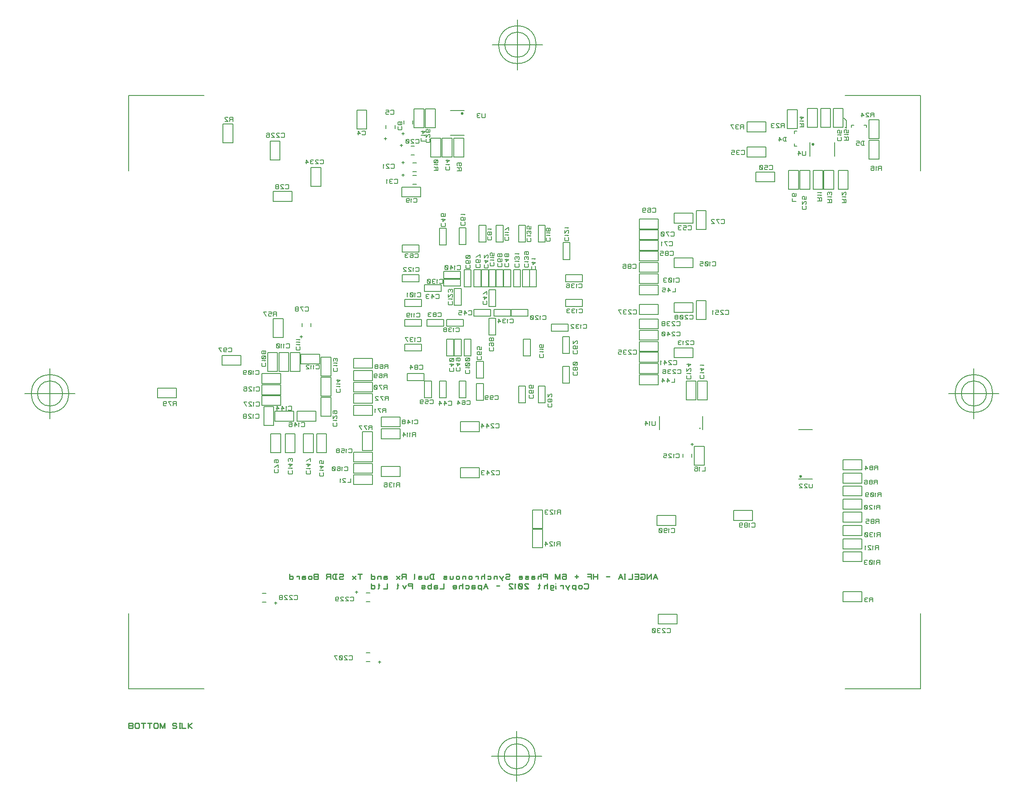
<source format=gbo>
G70*
%FSLAX55Y55*%
%ADD11C,0.00500*%
%ADD12C,0.00800*%
%ADD13C,0.00600*%
%ADD14C,0.01000*%
D11*
X722821Y84200D02*
X722821Y144200D01*
X92900Y556641D02*
X152900Y556641D01*
X92900Y556641D02*
X92900Y496641D01*
X92900Y84200D02*
X92900Y144200D01*
X92900Y84200D02*
X152900Y84200D01*
X722821Y84200D02*
X662821Y84200D01*
X722821Y556641D02*
X722821Y496641D01*
X722821Y556641D02*
X662821Y556641D01*
X662000Y538400D02*
X663800Y536600D01*
X663800Y530500*
X663000Y531300*
D12*
X422200Y596900D02*
X382200Y596900D01*
X402200Y576900D02*
X402200Y616900D01*
X402200Y606900D02*
G75*
G02X402200Y586900I00000J-10000D01*
G02X402200Y606900I00000J10000*
G01X402200Y611900D02*
G75*
G02X402200Y581900I00000J-15000D01*
G02X402200Y611900I00000J15000*
G01X421700Y30400D02*
X381700Y30400D01*
X401700Y10400D02*
X401700Y50400D01*
X401700Y40400D02*
G75*
G02X401700Y20400I00000J-10000D01*
G02X401700Y40400I00000J10000*
G01X401700Y45400D02*
G75*
G02X401700Y15400I00000J-15000D01*
G02X401700Y45400I00000J15000*
G01X50400Y319200D02*
X10400Y319200D01*
X30400Y299200D02*
X30400Y339200D01*
X30400Y329200D02*
G75*
G02X30400Y309200I00000J-10000D01*
G02X30400Y329200I00000J10000*
G01X30400Y334200D02*
G75*
G02X30400Y304200I00000J-15000D01*
G02X30400Y334200I00000J15000*
G01X785400Y319200D02*
X745400Y319200D01*
X765400Y299200D02*
X765400Y339200D01*
X765400Y329200D02*
G75*
G02X765400Y309200I00000J-10000D01*
G02X765400Y329200I00000J10000*
G01X765400Y334200D02*
G75*
G02X765400Y304200I00000J-15000D01*
G02X765400Y334200I00000J15000*
G01X549624Y301015D02*
X549624Y290385D01*
X515176Y301015D02*
X515176Y290385D01*
G36*
X547400Y291054D02*
G75*
G03X547400Y291842I00000J00394D01*
G03X547400Y291054I00000J-00394*
G37*
G03X547400Y291842I00000J00394*
G03X547400Y291054I00000J-00394*
D13*
G01X512000Y293100D02*
X512000Y297100*
X512000Y294267D01*
X511666Y293933*
X509666Y293933*
X509333Y294267*
X509333Y297100*
X507417Y293933D02*
X507417Y297100D01*
X507750Y296433*
X504333Y293933D02*
X504333Y297100D01*
X506000Y295100*
X503667Y295100*
D12*
X308880Y292763D02*
X293920Y292763D01*
X293920Y300637*
X308880Y300637*
X308880Y292763*
D13*
X323099Y294300D02*
X320433Y295467*
X320766Y295133D01*
X322766Y295133*
X323099Y295467*
X323099Y297967*
X322766Y298300*
X320766Y298300*
X320433Y297967*
X318516Y295133D02*
X318516Y298300D01*
X318850Y297633*
X315433Y295133D02*
X315433Y298300D01*
X317100Y296300*
X314767Y296300*
X313100Y295467D02*
X313100Y296467D01*
X312767Y296800*
X311100Y296800*
X310767Y297133*
X310767Y297967*
X311100Y298300*
X312767Y298300*
X313100Y297967*
X313100Y297133*
X312767Y296800*
X311100Y296800*
X310767Y296467*
X310767Y295467*
X311100Y295133*
X312767Y295133*
X313100Y295467*
D12*
X514380Y361763D02*
X499420Y361763D01*
X499420Y369637*
X514380Y369637*
X514380Y361763*
D13*
X531600Y364200D02*
X528933Y365367*
X529267Y365033D01*
X531267Y365033*
X531600Y365367*
X531600Y367867*
X531267Y368200*
X529267Y368200*
X528933Y367867*
X527600Y367867D02*
X527267Y368200D01*
X525600Y368200*
X525267Y367867*
X525267Y367200*
X525600Y366867*
X527600Y365033*
X525267Y365033*
X521934Y365033D02*
X521934Y368200D01*
X523601Y366200*
X521267Y366200*
X517268Y365367D02*
X517601Y365033D01*
X519268Y365033*
X519601Y365367*
X519601Y367867*
X519268Y368200*
X517601Y368200*
X517268Y367867*
X517268Y365367*
X519601Y365367D02*
X517268Y367867D01*
D12*
X325971Y353098D02*
X312585Y353098D01*
X312585Y358609*
X325971Y358609*
X325971Y353098*
D13*
X325299Y359800D02*
X322633Y360967*
X322966Y360633D01*
X324966Y360633*
X325299Y360967*
X325299Y363467*
X324966Y363800*
X322966Y363800*
X322633Y363467*
X320716Y360633D02*
X320716Y363800D01*
X321050Y363133*
X319300Y363467D02*
X318967Y363800D01*
X317300Y363800*
X316967Y363467*
X316967Y362633*
X317300Y362300*
X318300Y362300*
X317300Y362300*
X316967Y361967*
X316967Y361133*
X317300Y360633*
X318967Y360633*
X319300Y360967*
X315300Y363800D02*
X312967Y363800D01*
X314967Y360633*
D12*
X130880Y315763D02*
X115920Y315763D01*
X115920Y323637*
X130880Y323637*
X130880Y315763*
D13*
X130985Y308655D02*
X130985Y309488*
X130985Y312655D01*
X128651Y312655*
X128318Y312322*
X128318Y311488*
X128651Y311155*
X130985Y311155*
X128985Y311155D02*
X128651Y311155D01*
X128318Y309488*
X126985Y312655D02*
X124652Y312655D01*
X126652Y309488*
X120652Y311322D02*
X120985Y310988D01*
X122819Y310988*
X122985Y311322*
X122985Y312322*
X122652Y312655*
X120985Y312655*
X120652Y312322*
X120652Y309822*
X120985Y309488*
X122652Y309488*
X122985Y309822*
D12*
X341719Y400342D02*
X328333Y400342D01*
X328333Y405854*
X341719Y405854*
X341719Y400342*
D13*
X340100Y394100D02*
X337433Y395267*
X337766Y394933D01*
X339766Y394933*
X340100Y395267*
X340100Y397767*
X339766Y398100*
X337766Y398100*
X337433Y397767*
X334433Y394933D02*
X334433Y398100D01*
X336100Y396100*
X333767Y396100*
X332100Y397767D02*
X331767Y398100D01*
X330100Y398100*
X329767Y397767*
X329767Y396933*
X330100Y396600*
X331100Y396600*
X330100Y396600*
X329767Y396267*
X329767Y395433*
X330100Y394933*
X331767Y394933*
X332100Y395267*
D12*
X528380Y214263D02*
X513420Y214263D01*
X513420Y222137*
X528380Y222137*
X528380Y214263*
D13*
X527199Y207800D02*
X524533Y208967*
X524866Y208633D01*
X526866Y208633*
X527199Y208967*
X527199Y211467*
X526866Y211800*
X524866Y211800*
X524533Y211467*
X522616Y208633D02*
X522616Y211800D01*
X522950Y211133*
X518867Y210467D02*
X519200Y210133D01*
X521033Y210133*
X521200Y210467*
X521200Y211467*
X520867Y211800*
X519200Y211800*
X518867Y211467*
X518867Y208967*
X519200Y208633*
X520867Y208633*
X521200Y208967*
X514867Y208967D02*
X515200Y208633D01*
X516867Y208633*
X517200Y208967*
X517200Y211467*
X516867Y211800*
X515200Y211800*
X514867Y211467*
X514867Y208967*
X517200Y208967D02*
X514867Y211467D01*
D12*
X324002Y431838D02*
X310617Y431838D01*
X310617Y437350*
X324002Y437350*
X324002Y431838*
D13*
X323400Y426600D02*
X320733Y427767*
X321066Y427433D01*
X323066Y427433*
X323400Y427767*
X323400Y430267*
X323066Y430600*
X321066Y430600*
X320733Y430267*
X319400Y428933D02*
X319067Y429267D01*
X317400Y429267*
X317067Y428933*
X317067Y427767*
X317400Y427433*
X319067Y427433*
X319400Y427767*
X319400Y430267*
X319067Y430600*
X317400Y430600*
X317067Y430267*
X315400Y430267D02*
X315067Y430600D01*
X313400Y430600*
X313067Y430267*
X313067Y429433*
X313400Y429100*
X314400Y429100*
X313400Y429100*
X313067Y428767*
X313067Y427933*
X313400Y427433*
X315067Y427433*
X315400Y427767*
D12*
X676365Y206247D02*
X661404Y206247D01*
X661404Y214121*
X676365Y214121*
X676365Y206247*
D13*
X690899Y204400D02*
X690899Y205233*
X690899Y208400D01*
X688566Y208400*
X688233Y208067*
X688233Y207233*
X688566Y206900*
X690899Y206900*
X688899Y206900D02*
X688566Y206900D01*
X688233Y205233*
X686316Y205233D02*
X686316Y208400D01*
X686650Y207733*
X684900Y208067D02*
X684567Y208400D01*
X682900Y208400*
X682567Y208067*
X682567Y207233*
X682900Y206900*
X683900Y206900*
X682900Y206900*
X682567Y206567*
X682567Y205733*
X682900Y205233*
X684567Y205233*
X684900Y205567*
X678567Y205567D02*
X678900Y205233D01*
X680567Y205233*
X680900Y205567*
X680900Y208067*
X680567Y208400*
X678900Y208400*
X678567Y208067*
X678567Y205567*
X680900Y205567D02*
X678567Y208067D01*
D12*
X325971Y388531D02*
X312585Y388531D01*
X312585Y394043*
X325971Y394043*
X325971Y388531*
D13*
X325200Y395400D02*
X322533Y396567*
X322866Y396233D01*
X324866Y396233*
X325200Y396567*
X325200Y399067*
X324866Y399400*
X322866Y399400*
X322533Y399067*
X320617Y396233D02*
X320617Y399400D01*
X320950Y398733*
X316867Y396567D02*
X317200Y396233D01*
X318867Y396233*
X319200Y396567*
X319200Y399067*
X318867Y399400*
X317200Y399400*
X316867Y399067*
X316867Y396567*
X319200Y396567D02*
X316867Y399067D01*
X314617Y396233D02*
X314617Y399400D01*
X314950Y398733*
D12*
X676365Y227113D02*
X661404Y227113D01*
X661404Y234987*
X676365Y234987*
X676365Y227113*
D13*
X690699Y226300D02*
X690699Y227133*
X690699Y230300D01*
X688366Y230300*
X688033Y229967*
X688033Y229133*
X688366Y228800*
X690699Y228800*
X688699Y228800D02*
X688366Y228800D01*
X688033Y227133*
X686116Y227133D02*
X686116Y230300D01*
X686450Y229633*
X684700Y229967D02*
X684367Y230300D01*
X682700Y230300*
X682367Y229967*
X682367Y229300*
X682700Y228967*
X684700Y227133*
X682367Y227133*
X678367Y227467D02*
X678700Y227133D01*
X680367Y227133*
X680700Y227467*
X680700Y229967*
X680367Y230300*
X678700Y230300*
X678367Y229967*
X678367Y227467*
X680700Y227467D02*
X678367Y229967D01*
D12*
X324002Y408216D02*
X310617Y408216D01*
X310617Y413728*
X324002Y413728*
X324002Y408216*
D13*
X323999Y415500D02*
X321333Y416667*
X321666Y416333D01*
X323666Y416333*
X323999Y416667*
X323999Y419167*
X323666Y419500*
X321666Y419500*
X321333Y419167*
X319416Y416333D02*
X319416Y419500D01*
X319750Y418833*
X318000Y419167D02*
X317667Y419500D01*
X316000Y419500*
X315667Y419167*
X315667Y418500*
X316000Y418167*
X318000Y416333*
X315667Y416333*
X314000Y419167D02*
X313667Y419500D01*
X312000Y419500*
X311667Y419167*
X311667Y418500*
X312000Y418167*
X314000Y416333*
X311667Y416333*
D12*
X284829Y112940D02*
X282073Y112940D01*
X284829Y105854D02*
X282073Y105854D01*
D13*
X293887Y102887D02*
X293554Y105387*
X291554Y105387D01*
X292554Y104387D02*
X292554Y106387D01*
X271099Y106400D02*
X268433Y107567*
X268766Y107233D01*
X270766Y107233*
X271099Y107567*
X271099Y110067*
X270766Y110400*
X268766Y110400*
X268433Y110067*
X267100Y110067D02*
X266766Y110400D01*
X265100Y110400*
X264766Y110067*
X264766Y109400*
X265100Y109067*
X267100Y107233*
X264766Y107233*
X260767Y107567D02*
X261100Y107233D01*
X262767Y107233*
X263100Y107567*
X263100Y110067*
X262767Y110400*
X261100Y110400*
X260767Y110067*
X260767Y107567*
X263100Y107567D02*
X260767Y110067D01*
X259100Y110400D02*
X256767Y110400D01*
X258767Y107233*
D12*
X677837Y532956D02*
X679806Y532956D01*
X679806Y530987*
X667994Y530987D02*
X667994Y532956D01*
X669963Y532956*
D13*
X678400Y516000D02*
X678400Y520000*
X676733Y520000D01*
X676066Y519667*
X675733Y519000*
X675733Y517833*
X676066Y517167*
X676733Y516833*
X678400Y516833*
X677733Y516833D02*
X677733Y520000D01*
X674400Y517167D02*
X674067Y516833D01*
X672400Y516833*
X672067Y517167*
X672067Y518333*
X672400Y518667*
X674067Y518667*
X674400Y518333*
X674400Y520000*
X672067Y520000*
D12*
X357073Y404672D02*
X343687Y404672D01*
X343687Y410184*
X357073Y410184*
X357073Y404672*
D13*
X342899Y406100D02*
X340233Y407267*
X340566Y406933D01*
X342566Y406933*
X342899Y407267*
X342899Y409767*
X342566Y410100*
X340566Y410100*
X340233Y409767*
X338316Y406933D02*
X338316Y410100D01*
X338650Y409433*
X336900Y409767D02*
X336567Y410100D01*
X334900Y410100*
X334567Y409767*
X334567Y408933*
X334900Y408600*
X335900Y408600*
X334900Y408600*
X334567Y408267*
X334567Y407433*
X334900Y406933*
X336567Y406933*
X336900Y407267*
X330567Y407267D02*
X330900Y406933D01*
X332567Y406933*
X332900Y407267*
X332900Y409767*
X332567Y410100*
X330900Y410100*
X330567Y409767*
X330567Y407267*
X332900Y407267D02*
X330567Y409767D01*
D12*
X676365Y237743D02*
X661404Y237743D01*
X661404Y245617*
X676365Y245617*
X676365Y237743*
D13*
X691499Y236200D02*
X691499Y237033*
X691499Y240200D01*
X689166Y240200*
X688833Y239867*
X688833Y239033*
X689166Y238700*
X691499Y238700*
X689499Y238700D02*
X689166Y238700D01*
X688833Y237033*
X686916Y237033D02*
X686916Y240200D01*
X687250Y239533*
X683167Y237367D02*
X683500Y237033D01*
X685167Y237033*
X685500Y237367*
X685500Y239867*
X685167Y240200*
X683500Y240200*
X683167Y239867*
X683167Y237367*
X685500Y237367D02*
X683167Y239867D01*
X679167Y238867D02*
X679500Y238533D01*
X681334Y238533*
X681500Y238867*
X681500Y239867*
X681167Y240200*
X679500Y240200*
X679167Y239867*
X679167Y237367*
X679500Y237033*
X681167Y237033*
X681500Y237367*
D12*
X514380Y370763D02*
X499420Y370763D01*
X499420Y378637*
X514380Y378637*
X514380Y370763*
D13*
X531600Y372400D02*
X528933Y373567*
X529267Y373233D01*
X531267Y373233*
X531600Y373567*
X531600Y376067*
X531267Y376400*
X529267Y376400*
X528933Y376067*
X527600Y376067D02*
X527267Y376400D01*
X525600Y376400*
X525267Y376067*
X525267Y375400*
X525600Y375067*
X527600Y373233*
X525267Y373233*
X523601Y376067D02*
X523267Y376400D01*
X521601Y376400*
X521267Y376067*
X521267Y375233*
X521601Y374900*
X522601Y374900*
X521601Y374900*
X521267Y374567*
X521267Y373733*
X521601Y373233*
X523267Y373233*
X523601Y373567*
X519601Y373567D02*
X519601Y374567D01*
X519268Y374900*
X517601Y374900*
X517268Y375233*
X517268Y376067*
X517601Y376400*
X519268Y376400*
X519601Y376067*
X519601Y375233*
X519268Y374900*
X517601Y374900*
X517268Y374567*
X517268Y373567*
X517601Y373233*
X519268Y373233*
X519601Y373567*
D12*
X343687Y372783D02*
X330302Y372783D01*
X330302Y378294*
X343687Y378294*
X343687Y372783*
D13*
X341600Y379500D02*
X338933Y380667*
X339266Y380333D01*
X341266Y380333*
X341600Y380667*
X341600Y383167*
X341266Y383500*
X339266Y383500*
X338933Y383167*
X337600Y380667D02*
X337600Y381667D01*
X337267Y382000*
X335600Y382000*
X335267Y382333*
X335267Y383167*
X335600Y383500*
X337267Y383500*
X337600Y383167*
X337600Y382333*
X337267Y382000*
X335600Y382000*
X335267Y381667*
X335267Y380667*
X335600Y380333*
X337267Y380333*
X337600Y380667*
X333600Y383167D02*
X333267Y383500D01*
X331600Y383500*
X331267Y383167*
X331267Y382333*
X331600Y382000*
X332600Y382000*
X331600Y382000*
X331267Y381667*
X331267Y380833*
X331600Y380333*
X333267Y380333*
X333600Y380667*
D12*
X676365Y195617D02*
X661404Y195617D01*
X661404Y203491*
X676365Y203491*
X676365Y195617*
D13*
X689500Y194100D02*
X689500Y194933*
X689500Y198100D01*
X687166Y198100*
X686833Y197767*
X686833Y196933*
X687166Y196600*
X689500Y196600*
X687500Y196600D02*
X687166Y196600D01*
X686833Y194933*
X684917Y194933D02*
X684917Y198100D01*
X685250Y197433*
X683500Y197767D02*
X683167Y198100D01*
X681500Y198100*
X681167Y197767*
X681167Y197100*
X681500Y196767*
X683500Y194933*
X681167Y194933*
X678917Y194933D02*
X678917Y198100D01*
X679250Y197433*
D12*
X202152Y160184D02*
X199396Y160184D01*
X202152Y153098D02*
X199396Y153098D01*
D13*
X211210Y150131D02*
X210877Y152631*
X208877Y152631D01*
X209877Y151631D02*
X209877Y153631D01*
X227199Y154400D02*
X224533Y155567*
X224866Y155233D01*
X226866Y155233*
X227199Y155567*
X227199Y158067*
X226866Y158400*
X224866Y158400*
X224533Y158067*
X223200Y158067D02*
X222866Y158400D01*
X221200Y158400*
X220866Y158067*
X220866Y157400*
X221200Y157067*
X223200Y155233*
X220866Y155233*
X219200Y158067D02*
X218867Y158400D01*
X217200Y158400*
X216867Y158067*
X216867Y157400*
X217200Y157067*
X219200Y155233*
X216867Y155233*
X215200Y155567D02*
X215200Y156567D01*
X214867Y156900*
X213200Y156900*
X212867Y157233*
X212867Y158067*
X213200Y158400*
X214867Y158400*
X215200Y158067*
X215200Y157233*
X214867Y156900*
X213200Y156900*
X212867Y156567*
X212867Y155567*
X213200Y155233*
X214867Y155233*
X215200Y155567*
D12*
X359435Y372783D02*
X346050Y372783D01*
X346050Y378294*
X359435Y378294*
X359435Y372783*
D13*
X355799Y367600D02*
X353133Y368767*
X353466Y368433D01*
X355466Y368433*
X355799Y368767*
X355799Y371267*
X355466Y371600*
X353466Y371600*
X353133Y371267*
X351216Y368433D02*
X351216Y371600D01*
X351550Y370933*
X349800Y371267D02*
X349467Y371600D01*
X347800Y371600*
X347467Y371267*
X347467Y370433*
X347800Y370100*
X348800Y370100*
X347800Y370100*
X347467Y369767*
X347467Y368933*
X347800Y368433*
X349467Y368433*
X349800Y368767*
X345800Y368767D02*
X345800Y369767D01*
X345467Y370100*
X343800Y370100*
X343467Y370433*
X343467Y371267*
X343800Y371600*
X345467Y371600*
X345800Y371267*
X345800Y370433*
X345467Y370100*
X343800Y370100*
X343467Y369767*
X343467Y368767*
X343800Y368433*
X345467Y368433*
X345800Y368767*
D12*
X308880Y253263D02*
X293920Y253263D01*
X293920Y261137*
X308880Y261137*
X308880Y253263*
D13*
X308499Y244100D02*
X308499Y244933*
X308499Y248100D01*
X306166Y248100*
X305833Y247767*
X305833Y246933*
X306166Y246600*
X308499Y246600*
X306499Y246600D02*
X306166Y246600D01*
X305833Y244933*
X303916Y244933D02*
X303916Y248100D01*
X304250Y247433*
X302500Y247767D02*
X302167Y248100D01*
X300500Y248100*
X300167Y247767*
X300167Y246933*
X300500Y246600*
X301500Y246600*
X300500Y246600*
X300167Y246267*
X300167Y245433*
X300500Y244933*
X302167Y244933*
X302500Y245267*
X298500Y246433D02*
X298167Y246767D01*
X296500Y246767*
X296167Y246433*
X296167Y245267*
X296500Y244933*
X298167Y244933*
X298500Y245267*
X298500Y247767*
X298167Y248100*
X296500Y248100*
X296167Y247767*
D12*
X541880Y383763D02*
X526920Y383763D01*
X526920Y391637*
X541880Y391637*
X541880Y383763*
D13*
X541899Y377600D02*
X539233Y378767*
X539566Y378433D01*
X541566Y378433*
X541899Y378767*
X541899Y381267*
X541566Y381600*
X539566Y381600*
X539233Y381267*
X537900Y381267D02*
X537566Y381600D01*
X535900Y381600*
X535566Y381267*
X535566Y380600*
X535900Y380267*
X537900Y378433*
X535566Y378433*
X531567Y378767D02*
X531900Y378433D01*
X533567Y378433*
X533900Y378767*
X533900Y381267*
X533567Y381600*
X531900Y381600*
X531567Y381267*
X531567Y378767*
X533900Y378767D02*
X531567Y381267D01*
X529900Y378767D02*
X529900Y379767D01*
X529567Y380100*
X527900Y380100*
X527567Y380433*
X527567Y381267*
X527900Y381600*
X529567Y381600*
X529900Y381267*
X529900Y380433*
X529567Y380100*
X527900Y380100*
X527567Y379767*
X527567Y378767*
X527900Y378433*
X529567Y378433*
X529900Y378767*
D12*
X327939Y329476D02*
X314554Y329476D01*
X314554Y334987*
X327939Y334987*
X327939Y329476*
D13*
X327100Y337700D02*
X324433Y338867*
X324766Y338533D01*
X326766Y338533*
X327100Y338867*
X327100Y341367*
X326766Y341700*
X324766Y341700*
X324433Y341367*
X323100Y338867D02*
X323100Y339867D01*
X322767Y340200*
X321100Y340200*
X320767Y340533*
X320767Y341367*
X321100Y341700*
X322767Y341700*
X323100Y341367*
X323100Y340533*
X322767Y340200*
X321100Y340200*
X320767Y339867*
X320767Y338867*
X321100Y338533*
X322767Y338533*
X323100Y338867*
X317434Y338533D02*
X317434Y341700D01*
X319100Y339700*
X316767Y339700*
D12*
X348987Y544543D02*
X359813Y544543D01*
G36*
X359046Y542200D02*
G75*
G03X357471Y542200I-00787J00000D01*
G03X359046Y542200I00787J00000*
G37*
G03X357471Y542200I-00787J00000*
G03X359046Y542200I00787J00000*
G01X348987Y524857D02*
X359813Y524857D01*
D13*
X376500Y538000D02*
X376500Y542000*
X376500Y539167D01*
X376166Y538833*
X374166Y538833*
X373833Y539167*
X373833Y542000*
X372500Y541667D02*
X372167Y542000D01*
X370500Y542000*
X370167Y541667*
X370167Y540833*
X370500Y540500*
X371500Y540500*
X370500Y540500*
X370167Y540167*
X370167Y539333*
X370500Y538833*
X372167Y538833*
X372500Y539167*
D12*
X372034Y288924D02*
X357073Y288924D01*
X357073Y296798*
X372034Y296798*
X372034Y288924*
D13*
X387600Y291100D02*
X384933Y292267*
X385267Y291933D01*
X387267Y291933*
X387600Y292267*
X387600Y294767*
X387267Y295100*
X385267Y295100*
X384933Y294767*
X383600Y294767D02*
X383267Y295100D01*
X381600Y295100*
X381267Y294767*
X381267Y294100*
X381600Y293767*
X383600Y291933*
X381267Y291933*
X377934Y291933D02*
X377934Y295100D01*
X379601Y293100*
X377267Y293100*
X373934Y291933D02*
X373934Y295100D01*
X375601Y293100*
X373268Y293100*
D12*
G36*
X626754Y253200D02*
G75*
G03X628329Y253200I00787J00000D01*
G03X626754Y253200I-00787J00000*
G37*
G03X628329Y253200I00787J00000*
G03X626754Y253200I-00787J00000*
G01X637010Y251015D02*
X625790Y251015D01*
X637010Y290385D02*
X625790Y290385D01*
D13*
X636800Y243300D02*
X636800Y247300*
X636800Y244467D01*
X636466Y244133*
X634466Y244133*
X634133Y244467*
X634133Y247300*
X632800Y246967D02*
X632467Y247300D01*
X630800Y247300*
X630467Y246967*
X630467Y246300*
X630800Y245967*
X632800Y244133*
X630467Y244133*
X628800Y246967D02*
X628467Y247300D01*
X626800Y247300*
X626467Y246967*
X626467Y246300*
X626800Y245967*
X628800Y244133*
X626467Y244133*
D12*
X442593Y368944D02*
X429207Y368944D01*
X429207Y374456*
X442593Y374456*
X442593Y368944*
D13*
X457199Y370300D02*
X454533Y371467*
X454866Y371133D01*
X456866Y371133*
X457199Y371467*
X457199Y373967*
X456866Y374300*
X454866Y374300*
X454533Y373967*
X452616Y371133D02*
X452616Y374300D01*
X452950Y373633*
X451200Y373967D02*
X450867Y374300D01*
X449200Y374300*
X448867Y373967*
X448867Y373133*
X449200Y372800*
X450200Y372800*
X449200Y372800*
X448867Y372467*
X448867Y371633*
X449200Y371133*
X450867Y371133*
X451200Y371467*
X447200Y373967D02*
X446867Y374300D01*
X445200Y374300*
X444867Y373967*
X444867Y373300*
X445200Y372967*
X447200Y371133*
X444867Y371133*
D12*
X241880Y297263D02*
X226920Y297263D01*
X226920Y305137*
X241880Y305137*
X241880Y297263*
D13*
X232999Y292000D02*
X230333Y293167*
X230666Y292833D01*
X232666Y292833*
X232999Y293167*
X232999Y295667*
X232666Y296000*
X230666Y296000*
X230333Y295667*
X228416Y292833D02*
X228416Y296000D01*
X228750Y295333*
X225333Y292833D02*
X225333Y296000D01*
X227000Y294000*
X224667Y294000*
X223000Y294333D02*
X222667Y294667D01*
X221000Y294667*
X220667Y294333*
X220667Y293167*
X221000Y292833*
X222667Y292833*
X223000Y293167*
X223000Y295667*
X222667Y296000*
X221000Y296000*
X220667Y295667*
D12*
X244880Y342763D02*
X229920Y342763D01*
X229920Y350637*
X244880Y350637*
X244880Y342763*
D13*
X244600Y337900D02*
X241933Y339067*
X242266Y338733D01*
X244266Y338733*
X244600Y339067*
X244600Y341567*
X244266Y341900*
X242266Y341900*
X241933Y341567*
X240017Y338733D02*
X240017Y341900D01*
X240350Y341233*
X238017Y338733D02*
X238017Y341900D01*
X238350Y341233*
X236600Y341567D02*
X236267Y341900D01*
X234600Y341900*
X234267Y341567*
X234267Y340900*
X234600Y340567*
X236600Y338733*
X234267Y338733*
D12*
X357073Y410972D02*
X343687Y410972D01*
X343687Y416483*
X357073Y416483*
X357073Y410972*
D13*
X356799Y417000D02*
X354133Y418167*
X354466Y417833D01*
X356466Y417833*
X356799Y418167*
X356799Y420667*
X356466Y421000*
X354466Y421000*
X354133Y420667*
X352216Y417833D02*
X352216Y421000D01*
X352550Y420333*
X349133Y417833D02*
X349133Y421000D01*
X350800Y419000*
X348467Y419000*
X344467Y418167D02*
X344800Y417833D01*
X346467Y417833*
X346800Y418167*
X346800Y420667*
X346467Y421000*
X344800Y421000*
X344467Y420667*
X344467Y418167*
X346800Y418167D02*
X344467Y420667D01*
D12*
X224380Y297263D02*
X209420Y297263D01*
X209420Y305137*
X224380Y305137*
X224380Y297263*
D13*
X222699Y305000D02*
X220033Y306167*
X220366Y305833D01*
X222366Y305833*
X222699Y306167*
X222699Y308667*
X222366Y309000*
X220366Y309000*
X220033Y308667*
X218116Y305833D02*
X218116Y309000D01*
X218450Y308333*
X215033Y305833D02*
X215033Y309000D01*
X216700Y307000*
X214367Y307000*
X211034Y305833D02*
X211034Y309000D01*
X212700Y307000*
X210367Y307000*
D12*
X286880Y255763D02*
X271920Y255763D01*
X271920Y263637*
X286880Y263637*
X286880Y255763*
D13*
X267199Y256900D02*
X264533Y258067*
X264866Y257733D01*
X266866Y257733*
X267199Y258067*
X267199Y260567*
X266866Y260900*
X264866Y260900*
X264533Y260567*
X262616Y257733D02*
X262616Y260900D01*
X262950Y260233*
X261200Y259233D02*
X260867Y259567D01*
X259200Y259567*
X258867Y259233*
X258867Y258067*
X259200Y257733*
X260867Y257733*
X261200Y258067*
X261200Y260567*
X260867Y260900*
X259200Y260900*
X258867Y260567*
X254867Y258067D02*
X255200Y257733D01*
X256867Y257733*
X257200Y258067*
X257200Y260567*
X256867Y260900*
X255200Y260900*
X254867Y260567*
X254867Y258067*
X257200Y258067D02*
X254867Y260567D01*
D12*
X286880Y264763D02*
X271920Y264763D01*
X271920Y272637*
X286880Y272637*
X286880Y264763*
D13*
X270599Y271300D02*
X267933Y272467*
X268266Y272133D01*
X270266Y272133*
X270599Y272467*
X270599Y274967*
X270266Y275300*
X268266Y275300*
X267933Y274967*
X266016Y272133D02*
X266016Y275300D01*
X266350Y274633*
X264600Y272467D02*
X264267Y272133D01*
X262600Y272133*
X262267Y272467*
X262267Y273633*
X262600Y273967*
X264267Y273967*
X264600Y273633*
X264600Y275300*
X262267Y275300*
X260600Y272467D02*
X260600Y273467D01*
X260267Y273800*
X258600Y273800*
X258267Y274133*
X258267Y274967*
X258600Y275300*
X260267Y275300*
X260600Y274967*
X260600Y274133*
X260267Y273800*
X258600Y273800*
X258267Y273467*
X258267Y272467*
X258600Y272133*
X260267Y272133*
X260600Y272467*
D12*
X411798Y404279D02*
X411798Y417665D01*
X417309Y417665*
X417309Y404279*
X411798Y404279*
D13*
X412754Y417872D02*
X413920Y420539*
X413587Y420205D01*
X413587Y418205*
X413920Y417872*
X416420Y417872*
X416754Y418205*
X416754Y420205*
X416420Y420539*
X413587Y423538D02*
X416754Y423538D01*
X414754Y421872*
X414754Y424205*
X413587Y426455D02*
X416754Y426455D01*
X416087Y426121*
D12*
X444081Y439318D02*
X444081Y425932D01*
X438569Y425932*
X438569Y439318*
X444081Y439318*
D13*
X439100Y440700D02*
X440267Y443367*
X439933Y443034D01*
X439933Y441034*
X440267Y440700*
X442767Y440700*
X443100Y441034*
X443100Y443034*
X442767Y443367*
X439933Y445283D02*
X443100Y445283D01*
X442433Y444950*
X442767Y446700D02*
X443100Y447033D01*
X443100Y448700*
X442767Y449033*
X442100Y449033*
X441767Y448700*
X439933Y446700*
X439933Y449033*
X439933Y451283D02*
X443100Y451283D01*
X442433Y450950*
D12*
X514380Y415763D02*
X499420Y415763D01*
X499420Y423637*
X514380Y423637*
X514380Y415763*
D13*
X496600Y418000D02*
X493933Y419167*
X494266Y418833D01*
X496266Y418833*
X496600Y419167*
X496600Y421667*
X496266Y422000*
X494266Y422000*
X493933Y421667*
X492600Y419167D02*
X492600Y420167D01*
X492267Y420500*
X490600Y420500*
X490267Y420833*
X490267Y421667*
X490600Y422000*
X492267Y422000*
X492600Y421667*
X492600Y420833*
X492267Y420500*
X490600Y420500*
X490267Y420167*
X490267Y419167*
X490600Y418833*
X492267Y418833*
X492600Y419167*
X488600Y420333D02*
X488267Y420667D01*
X486600Y420667*
X486267Y420333*
X486267Y419167*
X486600Y418833*
X488267Y418833*
X488600Y419167*
X488600Y421667*
X488267Y422000*
X486600Y422000*
X486267Y421667*
D12*
X514380Y406763D02*
X499420Y406763D01*
X499420Y414637*
X514380Y414637*
X514380Y406763*
D13*
X531099Y407100D02*
X528433Y408267*
X528766Y407933D01*
X530766Y407933*
X531099Y408267*
X531099Y410767*
X530766Y411100*
X528766Y411100*
X528433Y410767*
X526516Y407933D02*
X526516Y411100D01*
X526850Y410433*
X522767Y408267D02*
X523100Y407933D01*
X524767Y407933*
X525100Y408267*
X525100Y410767*
X524767Y411100*
X523100Y411100*
X522767Y410767*
X522767Y408267*
X525100Y408267D02*
X522767Y410767D01*
X521100Y410767D02*
X520767Y411100D01*
X519100Y411100*
X518767Y410767*
X518767Y409933*
X519100Y409600*
X520100Y409600*
X519100Y409600*
X518767Y409267*
X518767Y408433*
X519100Y407933*
X520767Y407933*
X521100Y408267*
D12*
X514380Y424763D02*
X499420Y424763D01*
X499420Y432637*
X514380Y432637*
X514380Y424763*
D13*
X526400Y428400D02*
X523733Y429567*
X524066Y429233D01*
X526066Y429233*
X526400Y429567*
X526400Y432067*
X526066Y432400*
X524066Y432400*
X523733Y432067*
X522400Y429567D02*
X522400Y430567D01*
X522067Y430900*
X520400Y430900*
X520067Y431233*
X520067Y432067*
X520400Y432400*
X522067Y432400*
X522400Y432067*
X522400Y431233*
X522067Y430900*
X520400Y430900*
X520067Y430567*
X520067Y429567*
X520400Y429233*
X522067Y429233*
X522400Y429567*
X518400Y429567D02*
X518067Y429233D01*
X516400Y429233*
X516067Y429567*
X516067Y430733*
X516400Y431067*
X518067Y431067*
X518400Y430733*
X518400Y432400*
X516067Y432400*
D12*
X336837Y545680D02*
X336837Y530720D01*
X328963Y530720*
X328963Y545680*
X336837Y545680*
D13*
X328700Y519300D02*
X329867Y521967*
X329533Y521634D01*
X329533Y519634*
X329867Y519300*
X332367Y519300*
X332700Y519634*
X332700Y521634*
X332367Y521967*
X332367Y523300D02*
X332700Y523633D01*
X332700Y525300*
X332367Y525633*
X331700Y525633*
X331367Y525300*
X329533Y523300*
X329533Y525633*
X331033Y527300D02*
X331367Y527633D01*
X331367Y529300*
X331033Y529633*
X329867Y529633*
X329533Y529300*
X329533Y527633*
X329867Y527300*
X332367Y527300*
X332700Y527633*
X332700Y529300*
X332367Y529633*
D12*
X514380Y450263D02*
X499420Y450263D01*
X499420Y458137*
X514380Y458137*
X514380Y450263*
D13*
X512400Y462700D02*
X509733Y463867*
X510066Y463533D01*
X512066Y463533*
X512400Y463867*
X512400Y466367*
X512066Y466700*
X510066Y466700*
X509733Y466367*
X508400Y465033D02*
X508067Y465367D01*
X506400Y465367*
X506067Y465033*
X506067Y463867*
X506400Y463533*
X508067Y463533*
X508400Y463867*
X508400Y466367*
X508067Y466700*
X506400Y466700*
X506067Y466367*
X502067Y465367D02*
X502400Y465033D01*
X504234Y465033*
X504400Y465367*
X504400Y466367*
X504067Y466700*
X502400Y466700*
X502067Y466367*
X502067Y463867*
X502400Y463533*
X504067Y463533*
X504400Y463867*
D12*
X514380Y433263D02*
X499420Y433263D01*
X499420Y441137*
X514380Y441137*
X514380Y433263*
D13*
X525600Y436000D02*
X522933Y437167*
X523266Y436833D01*
X525266Y436833*
X525600Y437167*
X525600Y439667*
X525266Y440000*
X523266Y440000*
X522933Y439667*
X521600Y440000D02*
X519267Y440000D01*
X521267Y436833*
X517017Y436833D02*
X517017Y440000D01*
X517350Y439333*
D12*
X514380Y441763D02*
X499420Y441763D01*
X499420Y449637*
X514380Y449637*
X514380Y441763*
D13*
X527000Y443800D02*
X524333Y444967*
X524666Y444633D01*
X526666Y444633*
X527000Y444967*
X527000Y447467*
X526666Y447800*
X524666Y447800*
X524333Y447467*
X523000Y447800D02*
X520667Y447800D01*
X522667Y444633*
X516667Y444967D02*
X517000Y444633D01*
X518667Y444633*
X519000Y444967*
X519000Y447467*
X518667Y447800*
X517000Y447800*
X516667Y447467*
X516667Y444967*
X519000Y444967D02*
X516667Y447467D01*
D12*
X514380Y335263D02*
X499420Y335263D01*
X499420Y343137*
X514380Y343137*
X514380Y335263*
D13*
X532300Y334200D02*
X529633Y335367*
X529967Y335033D01*
X531967Y335033*
X532300Y335367*
X532300Y337867*
X531967Y338200*
X529967Y338200*
X529633Y337867*
X528300Y337867D02*
X527967Y338200D01*
X526300Y338200*
X525967Y337867*
X525967Y337200*
X526300Y336867*
X528300Y335033*
X525967Y335033*
X524301Y337867D02*
X523967Y338200D01*
X522301Y338200*
X521967Y337867*
X521967Y337033*
X522301Y336700*
X523301Y336700*
X522301Y336700*
X521967Y336367*
X521967Y335533*
X522301Y335033*
X523967Y335033*
X524301Y335367*
X520301Y336533D02*
X519968Y336867D01*
X518301Y336867*
X517968Y336533*
X517968Y335367*
X518301Y335033*
X519968Y335033*
X520301Y335367*
X520301Y337867*
X519968Y338200*
X518301Y338200*
X517968Y337867*
D12*
X514380Y344263D02*
X499420Y344263D01*
X499420Y352137*
X514380Y352137*
X514380Y344263*
D13*
X529000Y341400D02*
X526333Y342567*
X526667Y342233D01*
X528667Y342233*
X529000Y342567*
X529000Y345067*
X528667Y345400*
X526667Y345400*
X526333Y345067*
X525000Y345067D02*
X524667Y345400D01*
X523000Y345400*
X522667Y345067*
X522667Y344400*
X523000Y344067*
X525000Y342233*
X522667Y342233*
X519334Y342233D02*
X519334Y345400D01*
X521001Y343400*
X518667Y343400*
X516418Y342233D02*
X516418Y345400D01*
X516751Y344733*
D12*
X379514Y365696D02*
X379514Y379082D01*
X385026Y379082*
X385026Y365696*
X379514Y365696*
D13*
X379200Y353288D02*
X380367Y355955*
X380033Y355621D01*
X380033Y353621*
X380367Y353288*
X382867Y353288*
X383200Y353621*
X383200Y355621*
X382867Y355955*
X381867Y359621D02*
X381533Y359288D01*
X381533Y357454*
X381867Y357288*
X382867Y357288*
X383200Y357621*
X383200Y359288*
X382867Y359621*
X380367Y359621*
X380033Y359288*
X380033Y357621*
X380367Y357288*
X380367Y361287D02*
X381367Y361287D01*
X381700Y361621*
X381700Y363287*
X382033Y363621*
X382867Y363621*
X383200Y363287*
X383200Y361621*
X382867Y361287*
X382033Y361287*
X381700Y361621*
X381700Y363287*
X381367Y363621*
X380367Y363621*
X380033Y363287*
X380033Y361621*
X380367Y361287*
D12*
X514380Y352763D02*
X499420Y352763D01*
X499420Y360637*
X514380Y360637*
X514380Y352763*
D13*
X496800Y349800D02*
X494133Y350967*
X494467Y350633D01*
X496467Y350633*
X496800Y350967*
X496800Y353467*
X496467Y353800*
X494467Y353800*
X494133Y353467*
X492800Y353467D02*
X492467Y353800D01*
X490800Y353800*
X490467Y353467*
X490467Y352800*
X490800Y352467*
X492800Y350633*
X490467Y350633*
X488801Y353467D02*
X488467Y353800D01*
X486801Y353800*
X486467Y353467*
X486467Y352633*
X486801Y352300*
X487801Y352300*
X486801Y352300*
X486467Y351967*
X486467Y351133*
X486801Y350633*
X488467Y350633*
X488801Y350967*
X484801Y350967D02*
X484468Y350633D01*
X482801Y350633*
X482468Y350967*
X482468Y352133*
X482801Y352467*
X484468Y352467*
X484801Y352133*
X484801Y353800*
X482468Y353800*
D12*
X222880Y472263D02*
X207920Y472263D01*
X207920Y480137*
X222880Y480137*
X222880Y472263*
D13*
X220400Y481400D02*
X217733Y482567*
X218066Y482233D01*
X220066Y482233*
X220400Y482567*
X220400Y485067*
X220066Y485400*
X218066Y485400*
X217733Y485067*
X216400Y485067D02*
X216067Y485400D01*
X214400Y485400*
X214067Y485067*
X214067Y484400*
X214400Y484067*
X216400Y482233*
X214067Y482233*
X212400Y482567D02*
X212400Y483567D01*
X212067Y483900*
X210400Y483900*
X210067Y484233*
X210067Y485067*
X210400Y485400*
X212067Y485400*
X212400Y485067*
X212400Y484233*
X212067Y483900*
X210400Y483900*
X210067Y483567*
X210067Y482567*
X210400Y482233*
X212067Y482233*
X212400Y482567*
D12*
X622644Y526137D02*
X622644Y528106D01*
X624613Y528106*
X624613Y516294D02*
X622644Y516294D01*
X622644Y518263*
D13*
X616400Y519200D02*
X616400Y523200*
X614733Y523200D01*
X614066Y522867*
X613733Y522200*
X613733Y521033*
X614066Y520367*
X614733Y520033*
X616400Y520033*
X615733Y520033D02*
X615733Y523200D01*
X610733Y520033D02*
X610733Y523200D01*
X612400Y521200*
X610067Y521200*
D12*
X325971Y372783D02*
X312585Y372783D01*
X312585Y378294*
X325971Y378294*
X325971Y372783*
D13*
X324500Y379300D02*
X321833Y380467*
X322166Y380133D01*
X324166Y380133*
X324500Y380467*
X324500Y382967*
X324166Y383300*
X322166Y383300*
X321833Y382967*
X319917Y380133D02*
X319917Y383300D01*
X320250Y382633*
X317917Y380133D02*
X317917Y383300D01*
X318250Y382633*
X314167Y381967D02*
X314500Y381633D01*
X316334Y381633*
X316500Y381967*
X316500Y382967*
X316167Y383300*
X314500Y383300*
X314167Y382967*
X314167Y380467*
X314500Y380133*
X316167Y380133*
X316500Y380467*
D12*
X643463Y531220D02*
X643463Y546180D01*
X651337Y546180*
X651337Y531220*
X643463Y531220*
D13*
X656000Y520500D02*
X657167Y523167*
X656833Y522834D01*
X656833Y520834*
X657167Y520500*
X659667Y520500*
X660000Y520834*
X660000Y522834*
X659667Y523167*
X656833Y525083D02*
X660000Y525083D01*
X659333Y524750*
X657167Y526500D02*
X656833Y526833D01*
X656833Y528500*
X657167Y528833*
X658333Y528833*
X658667Y528500*
X658667Y526833*
X658333Y526500*
X660000Y526500*
X660000Y528833*
D12*
X541880Y454863D02*
X526920Y454863D01*
X526920Y462737*
X541880Y462737*
X541880Y454863*
D13*
X540700Y448700D02*
X538033Y449867*
X538366Y449533D01*
X540366Y449533*
X540700Y449867*
X540700Y452367*
X540366Y452700*
X538366Y452700*
X538033Y452367*
X536700Y449867D02*
X536367Y449533D01*
X534700Y449533*
X534367Y449867*
X534367Y451033*
X534700Y451367*
X536367Y451367*
X536700Y451033*
X536700Y452700*
X534367Y452700*
X532700Y452367D02*
X532367Y452700D01*
X530700Y452700*
X530367Y452367*
X530367Y451533*
X530700Y451200*
X531700Y451200*
X530700Y451200*
X530367Y450867*
X530367Y450033*
X530700Y449533*
X532367Y449533*
X532700Y449867*
D12*
X632963Y531220D02*
X632963Y546180D01*
X640837Y546180*
X640837Y531220*
X632963Y531220*
D13*
X626000Y531600D02*
X626833Y531600*
X630000Y531600D01*
X630000Y533934*
X629667Y534267*
X628833Y534267*
X628500Y533934*
X628500Y531600*
X628500Y533600D02*
X628500Y533934D01*
X626833Y534267*
X626833Y536183D02*
X630000Y536183D01*
X629333Y535850*
X626833Y539267D02*
X630000Y539267D01*
X628000Y537600*
X628000Y539933*
D12*
X689837Y537180D02*
X689837Y522220D01*
X681963Y522220*
X681963Y537180*
X689837Y537180*
D13*
X686000Y538600D02*
X686000Y539433*
X686000Y542600D01*
X683666Y542600*
X683333Y542267*
X683333Y541433*
X683666Y541100*
X686000Y541100*
X684000Y541100D02*
X683666Y541100D01*
X683333Y539433*
X682000Y542267D02*
X681667Y542600D01*
X680000Y542600*
X679667Y542267*
X679667Y541600*
X680000Y541267*
X682000Y539433*
X679667Y539433*
X676334Y539433D02*
X676334Y542600D01*
X678000Y540600*
X675667Y540600*
D12*
X591920Y495637D02*
X606880Y495637D01*
X606880Y487763*
X591920Y487763*
X591920Y495637*
D13*
X605300Y496700D02*
X602633Y497867*
X602966Y497533D01*
X604966Y497533*
X605300Y497867*
X605300Y500367*
X604966Y500700*
X602966Y500700*
X602633Y500367*
X601300Y497867D02*
X600967Y497533D01*
X599300Y497533*
X598967Y497867*
X598967Y499033*
X599300Y499367*
X600967Y499367*
X601300Y499033*
X601300Y500700*
X598967Y500700*
X594967Y497867D02*
X595300Y497533D01*
X596967Y497533*
X597300Y497867*
X597300Y500367*
X596967Y500700*
X595300Y500700*
X594967Y500367*
X594967Y497867*
X597300Y497867D02*
X594967Y500367D01*
D12*
X689837Y520680D02*
X689837Y505720D01*
X681963Y505720*
X681963Y520680*
X689837Y520680*
D13*
X692100Y496100D02*
X692100Y496933*
X692100Y500100D01*
X689766Y500100*
X689433Y499767*
X689433Y498933*
X689766Y498600*
X692100Y498600*
X690100Y498600D02*
X689766Y498600D01*
X689433Y496933*
X687517Y496933D02*
X687517Y500100D01*
X687850Y499433*
X686100Y498433D02*
X685767Y498767D01*
X684100Y498767*
X683767Y498433*
X683767Y497267*
X684100Y496933*
X685767Y496933*
X686100Y497267*
X686100Y499767*
X685767Y500100*
X684100Y500100*
X683767Y499767*
D12*
X514380Y382263D02*
X499420Y382263D01*
X499420Y390137*
X514380Y390137*
X514380Y382263*
D13*
X497000Y381800D02*
X494333Y382967*
X494667Y382633D01*
X496667Y382633*
X497000Y382967*
X497000Y385467*
X496667Y385800*
X494667Y385800*
X494333Y385467*
X493000Y385467D02*
X492667Y385800D01*
X491000Y385800*
X490667Y385467*
X490667Y384800*
X491000Y384467*
X493000Y382633*
X490667Y382633*
X489001Y385467D02*
X488667Y385800D01*
X487001Y385800*
X486667Y385467*
X486667Y384633*
X487001Y384300*
X488001Y384300*
X487001Y384300*
X486667Y383967*
X486667Y383133*
X487001Y382633*
X488667Y382633*
X489001Y382967*
X485001Y385800D02*
X482668Y385800D01*
X484668Y382633*
D12*
X237943Y372322D02*
X237943Y375078D01*
X230857Y372322D02*
X230857Y375078D01*
D13*
X227890Y363264D02*
X230390Y363597*
X230390Y365597D01*
X229390Y364597D02*
X231390Y364597D01*
X236000Y384000D02*
X233333Y385167*
X233666Y384833D01*
X235666Y384833*
X236000Y385167*
X236000Y387667*
X235666Y388000*
X233666Y388000*
X233333Y387667*
X232000Y388000D02*
X229667Y388000D01*
X231667Y384833*
X228000Y385167D02*
X228000Y386167D01*
X227667Y386500*
X226000Y386500*
X225667Y386833*
X225667Y387667*
X226000Y388000*
X227667Y388000*
X228000Y387667*
X228000Y386833*
X227667Y386500*
X226000Y386500*
X225667Y386167*
X225667Y385167*
X226000Y384833*
X227667Y384833*
X228000Y385167*
D12*
X545463Y314220D02*
X545463Y329180D01*
X553337Y329180*
X553337Y314220*
X545463Y314220*
D13*
X546700Y331300D02*
X547867Y333967*
X547533Y333634D01*
X547533Y331634*
X547867Y331300*
X550367Y331300*
X550700Y331634*
X550700Y333634*
X550367Y333967*
X547533Y335883D02*
X550700Y335883D01*
X550033Y335550*
X547533Y338967D02*
X550700Y338967D01*
X548700Y337300*
X548700Y339633*
X547533Y341883D02*
X550700Y341883D01*
X550033Y341550*
D12*
X422237Y211280D02*
X422237Y196320D01*
X414363Y196320*
X414363Y211280*
X422237Y211280*
D13*
X436200Y197000D02*
X436200Y197833*
X436200Y201000D01*
X433867Y201000*
X433533Y200667*
X433533Y199833*
X433867Y199500*
X436200Y199500*
X434200Y199500D02*
X433867Y199500D01*
X433533Y197833*
X431617Y197833D02*
X431617Y201000D01*
X431950Y200333*
X430200Y200667D02*
X429867Y201000D01*
X428200Y201000*
X427867Y200667*
X427867Y200000*
X428200Y199667*
X430200Y197833*
X427867Y197833*
X424534Y197833D02*
X424534Y201000D01*
X426201Y199000*
X423867Y199000*
D12*
X536463Y314220D02*
X536463Y329180D01*
X544337Y329180*
X544337Y314220*
X536463Y314220*
D13*
X536200Y330701D02*
X537367Y333367*
X537033Y333034D01*
X537033Y331034*
X537367Y330701*
X539867Y330701*
X540200Y331034*
X540200Y333034*
X539867Y333367*
X537033Y335284D02*
X540200Y335284D01*
X539533Y334950*
X539867Y336700D02*
X540200Y337033D01*
X540200Y338700*
X539867Y339033*
X539200Y339033*
X538867Y338700*
X537033Y336700*
X537033Y339033*
X537033Y342366D02*
X540200Y342366D01*
X538200Y340700*
X538200Y343033*
D12*
X208337Y308680D02*
X208337Y293720D01*
X200463Y293720*
X200463Y308680*
X208337Y308680*
D13*
X196599Y298800D02*
X193933Y299967*
X194266Y299633D01*
X196266Y299633*
X196599Y299967*
X196599Y302467*
X196266Y302800*
X194266Y302800*
X193933Y302467*
X192016Y299633D02*
X192016Y302800D01*
X192350Y302133*
X190600Y302467D02*
X190267Y302800D01*
X188600Y302800*
X188267Y302467*
X188267Y301800*
X188600Y301467*
X190600Y299633*
X188267Y299633*
X186600Y299967D02*
X186600Y300967D01*
X186267Y301300*
X184600Y301300*
X184267Y301633*
X184267Y302467*
X184600Y302800*
X186267Y302800*
X186600Y302467*
X186600Y301633*
X186267Y301300*
X184600Y301300*
X184267Y300967*
X184267Y299967*
X184600Y299633*
X186267Y299633*
X186600Y299967*
D12*
X585077Y515392D02*
X600038Y515392D01*
X600038Y507518*
X585077Y507518*
X585077Y515392*
D13*
X582900Y508700D02*
X580233Y509867*
X580566Y509533D01*
X582566Y509533*
X582900Y509867*
X582900Y512367*
X582566Y512700*
X580566Y512700*
X580233Y512367*
X578900Y512367D02*
X578567Y512700D01*
X576900Y512700*
X576567Y512367*
X576567Y511533*
X576900Y511200*
X577900Y511200*
X576900Y511200*
X576567Y510867*
X576567Y510033*
X576900Y509533*
X578567Y509533*
X578900Y509867*
X574900Y509867D02*
X574567Y509533D01*
X572900Y509533*
X572567Y509867*
X572567Y511033*
X572900Y511367*
X574567Y511367*
X574900Y511033*
X574900Y512700*
X572567Y512700*
D12*
X239837Y287180D02*
X239837Y272220D01*
X231963Y272220*
X231963Y287180*
X239837Y287180*
D13*
X233500Y255001D02*
X234667Y257667*
X234333Y257334D01*
X234333Y255334*
X234667Y255001*
X237167Y255001*
X237500Y255334*
X237500Y257334*
X237167Y257667*
X234333Y259584D02*
X237500Y259584D01*
X236833Y259250*
X234333Y262667D02*
X237500Y262667D01*
X235500Y261000*
X235500Y263333*
X237500Y265000D02*
X237500Y267333D01*
X234333Y265333*
D12*
X272034Y328294D02*
X286994Y328294D01*
X286994Y320420*
X272034Y320420*
X272034Y328294*
D13*
X298511Y321781D02*
X298511Y322614*
X298511Y325781D01*
X296178Y325781*
X295845Y325448*
X295845Y324614*
X296178Y324281*
X298511Y324281*
X296511Y324281D02*
X296178Y324281D01*
X295845Y322614*
X294512Y325781D02*
X292178Y325781D01*
X294178Y322614*
X288179Y322948D02*
X288512Y322614D01*
X290179Y322614*
X290512Y322948*
X290512Y325448*
X290179Y325781*
X288512Y325781*
X288179Y325448*
X288179Y322948*
X290512Y322948D02*
X288179Y325448D01*
D12*
X198920Y326137D02*
X213880Y326137D01*
X213880Y318263*
X198920Y318263*
X198920Y326137*
D13*
X197099Y320400D02*
X194433Y321567*
X194766Y321233D01*
X196766Y321233*
X197099Y321567*
X197099Y324067*
X196766Y324400*
X194766Y324400*
X194433Y324067*
X192516Y321233D02*
X192516Y324400D01*
X192850Y323733*
X191100Y324067D02*
X190767Y324400D01*
X189100Y324400*
X188767Y324067*
X188767Y323400*
X189100Y323067*
X191100Y321233*
X188767Y321233*
X187100Y322733D02*
X186767Y323067D01*
X185100Y323067*
X184767Y322733*
X184767Y321567*
X185100Y321233*
X186767Y321233*
X187100Y321567*
X187100Y324067*
X186767Y324400*
X185100Y324400*
X184767Y324067*
D12*
X213837Y287180D02*
X213837Y272220D01*
X205963Y272220*
X205963Y287180*
X213837Y287180*
D13*
X208100Y256000D02*
X209267Y258667*
X208933Y258334D01*
X208933Y256334*
X209267Y256000*
X211767Y256000*
X212100Y256334*
X212100Y258334*
X211767Y258667*
X212100Y260000D02*
X212100Y262333D01*
X208933Y260333*
X210767Y266333D02*
X210433Y266000D01*
X210433Y264166*
X210767Y264000*
X211767Y264000*
X212100Y264333*
X212100Y266000*
X211767Y266333*
X209267Y266333*
X208933Y266000*
X208933Y264333*
X209267Y264000*
D12*
X211337Y351680D02*
X211337Y336720D01*
X203463Y336720*
X203463Y351680*
X211337Y351680*
D13*
X198100Y340801D02*
X199267Y343467*
X198933Y343134D01*
X198933Y341134*
X199267Y340801*
X201767Y340801*
X202100Y341134*
X202100Y343134*
X201767Y343467*
X198933Y345384D02*
X202100Y345384D01*
X201433Y345050*
X199267Y349133D02*
X198933Y348800D01*
X198933Y347133*
X199267Y346800*
X201767Y346800*
X202100Y347133*
X202100Y348800*
X201767Y349133*
X199267Y349133*
X199267Y346800D02*
X201767Y349133D01*
X199267Y350800D02*
X200267Y350800D01*
X200600Y351133*
X200600Y352800*
X200933Y353133*
X201767Y353133*
X202100Y352800*
X202100Y351133*
X201767Y350800*
X200933Y350800*
X200600Y351133*
X200600Y352800*
X200267Y353133*
X199267Y353133*
X198933Y352800*
X198933Y351133*
X199267Y350800*
D12*
X514420Y143637D02*
X529380Y143637D01*
X529380Y135763*
X514420Y135763*
X514420Y143637*
D13*
X523800Y128100D02*
X521133Y129267*
X521467Y128933D01*
X523467Y128933*
X523800Y129267*
X523800Y131767*
X523467Y132100*
X521467Y132100*
X521133Y131767*
X519800Y131767D02*
X519467Y132100D01*
X517800Y132100*
X517467Y131767*
X517467Y131100*
X517800Y130767*
X519800Y128933*
X517467Y128933*
X515801Y131767D02*
X515467Y132100D01*
X513801Y132100*
X513467Y131767*
X513467Y130933*
X513801Y130600*
X514801Y130600*
X513801Y130600*
X513467Y130267*
X513467Y129433*
X513801Y128933*
X515467Y128933*
X515801Y129267*
X509468Y129267D02*
X509801Y128933D01*
X511468Y128933*
X511801Y129267*
X511801Y131767*
X511468Y132100*
X509801Y132100*
X509468Y131767*
X509468Y129267*
X511801Y129267D02*
X509468Y131767D01*
D12*
X661404Y224751D02*
X676365Y224751D01*
X676365Y216877*
X661404Y216877*
X661404Y224751*
D13*
X689899Y215100D02*
X689899Y215933*
X689899Y219100D01*
X687566Y219100*
X687232Y218767*
X687232Y217933*
X687566Y217600*
X689899Y217600*
X687899Y217600D02*
X687566Y217600D01*
X687232Y215933*
X685899Y216267D02*
X685899Y217267D01*
X685566Y217600*
X683899Y217600*
X683566Y217933*
X683566Y218767*
X683899Y219100*
X685566Y219100*
X685899Y218767*
X685899Y217933*
X685566Y217600*
X683899Y217600*
X683566Y217267*
X683566Y216267*
X683899Y215933*
X685566Y215933*
X685899Y216267*
X681900Y216267D02*
X681566Y215933D01*
X679900Y215933*
X679566Y216267*
X679566Y217433*
X679900Y217767*
X681566Y217767*
X681900Y217433*
X681900Y219100*
X679566Y219100*
D12*
X438144Y351007D02*
X438144Y364393D01*
X443656Y364393*
X443656Y351007*
X438144Y351007*
D13*
X445827Y350868D02*
X446993Y353535*
X446660Y353201D01*
X446660Y351201*
X446993Y350868*
X449493Y350868*
X449827Y351201*
X449827Y353201*
X449493Y353535*
X448160Y354868D02*
X448493Y355201D01*
X448493Y356868*
X448160Y357201*
X446993Y357201*
X446660Y356868*
X446660Y355201*
X446993Y354868*
X449493Y354868*
X449827Y355201*
X449827Y356868*
X449493Y357201*
X449493Y358868D02*
X449827Y359201D01*
X449827Y360868*
X449493Y361201*
X448827Y361201*
X448493Y360868*
X446660Y358868*
X446660Y361201*
D12*
X399199Y404279D02*
X399199Y417665D01*
X404711Y417665*
X404711Y404279*
X399199Y404279*
D13*
X399500Y419800D02*
X400667Y422467*
X400333Y422134D01*
X400333Y420134*
X400667Y419800*
X403167Y419800*
X403500Y420134*
X403500Y422134*
X403167Y422467*
X400333Y424383D02*
X403500Y424383D01*
X402833Y424050*
X403167Y425800D02*
X403500Y426133D01*
X403500Y427800*
X403167Y428133*
X402333Y428133*
X402000Y427800*
X402000Y426800*
X402000Y427800*
X401667Y428133*
X400833Y428133*
X400333Y427800*
X400333Y426133*
X400667Y425800*
X400333Y430383D02*
X403500Y430383D01*
X402833Y430050*
D12*
X574420Y226137D02*
X589380Y226137D01*
X589380Y218263*
X574420Y218263*
X574420Y226137*
D13*
X591299Y212100D02*
X588633Y213267*
X588966Y212933D01*
X590966Y212933*
X591299Y213267*
X591299Y215767*
X590966Y216100*
X588966Y216100*
X588633Y215767*
X586716Y212933D02*
X586716Y216100D01*
X587050Y215433*
X585300Y213267D02*
X585300Y214267D01*
X584967Y214600*
X583300Y214600*
X582967Y214933*
X582967Y215767*
X583300Y216100*
X584967Y216100*
X585300Y215767*
X585300Y214933*
X584967Y214600*
X583300Y214600*
X582967Y214267*
X582967Y213267*
X583300Y212933*
X584967Y212933*
X585300Y213267*
X578967Y214767D02*
X579300Y214433D01*
X581134Y214433*
X581300Y214767*
X581300Y215767*
X580967Y216100*
X579300Y216100*
X578967Y215767*
X578967Y213267*
X579300Y212933*
X580967Y212933*
X581300Y213267*
D12*
X645963Y481720D02*
X645963Y496680D01*
X653837Y496680*
X653837Y481720*
X645963Y481720*
D13*
X648200Y471300D02*
X649033Y471300*
X652200Y471300D01*
X652200Y473634*
X651867Y473967*
X651033Y473967*
X650700Y473634*
X650700Y471300*
X650700Y473300D02*
X650700Y473634D01*
X649033Y473967*
X649033Y475883D02*
X652200Y475883D01*
X651533Y475550*
X651867Y477300D02*
X652200Y477633D01*
X652200Y479300*
X651867Y479633*
X651033Y479633*
X650700Y479300*
X650700Y478300*
X650700Y479300*
X650367Y479633*
X649533Y479633*
X649033Y479300*
X649033Y477633*
X649367Y477300*
D12*
X440538Y413728D02*
X453924Y413728D01*
X453924Y408216*
X440538Y408216*
X440538Y413728*
D13*
X453699Y402500D02*
X451033Y403667*
X451366Y403333D01*
X453366Y403333*
X453699Y403667*
X453699Y406167*
X453366Y406500*
X451366Y406500*
X451033Y406167*
X449116Y403333D02*
X449116Y406500D01*
X449450Y405833*
X447700Y406167D02*
X447367Y406500D01*
X445700Y406500*
X445367Y406167*
X445367Y405333*
X445700Y405000*
X446700Y405000*
X445700Y405000*
X445367Y404667*
X445367Y403833*
X445700Y403333*
X447367Y403333*
X447700Y403667*
X443700Y404833D02*
X443367Y405167D01*
X441700Y405167*
X441367Y404833*
X441367Y403667*
X441700Y403333*
X443367Y403333*
X443700Y403667*
X443700Y406167*
X443367Y406500*
X441700Y406500*
X441367Y406167*
D12*
X665337Y496680D02*
X665337Y481720D01*
X657463Y481720*
X657463Y496680*
X665337Y496680*
D13*
X659700Y471100D02*
X660533Y471100*
X663700Y471100D01*
X663700Y473434*
X663367Y473767*
X662533Y473767*
X662200Y473434*
X662200Y471100*
X662200Y473100D02*
X662200Y473434D01*
X660533Y473767*
X660533Y475683D02*
X663700Y475683D01*
X663033Y475350*
X663367Y477100D02*
X663700Y477433D01*
X663700Y479100*
X663367Y479433*
X662700Y479433*
X662367Y479100*
X660533Y477100*
X660533Y479433*
D12*
X653463Y531220D02*
X653463Y546180D01*
X661337Y546180*
X661337Y531220*
X653463Y531220*
D13*
X661500Y520900D02*
X662333Y520900*
X665500Y520900D01*
X665500Y523234*
X665167Y523567*
X664333Y523567*
X664000Y523234*
X664000Y520900*
X664000Y522900D02*
X664000Y523234D01*
X662333Y523567*
X662333Y525483D02*
X665500Y525483D01*
X664833Y525150*
X662667Y526900D02*
X662333Y527233D01*
X662333Y528900*
X662667Y529233*
X663833Y529233*
X664167Y528900*
X664167Y527233*
X663833Y526900*
X665500Y526900*
X665500Y529233*
D12*
X333845Y329082D02*
X333845Y315696D01*
X328333Y315696*
X328333Y329082*
X333845Y329082*
D13*
X335300Y310300D02*
X332633Y311467*
X332966Y311133D01*
X334966Y311133*
X335300Y311467*
X335300Y313967*
X334966Y314300*
X332966Y314300*
X332633Y313967*
X331300Y311467D02*
X330967Y311133D01*
X329300Y311133*
X328967Y311467*
X328967Y312633*
X329300Y312967*
X330967Y312967*
X331300Y312633*
X331300Y314300*
X328967Y314300*
X324967Y312967D02*
X325300Y312633D01*
X327134Y312633*
X327300Y312967*
X327300Y313967*
X326967Y314300*
X325300Y314300*
X324967Y313967*
X324967Y311467*
X325300Y311133*
X326967Y311133*
X327300Y311467*
D12*
X274463Y529720D02*
X274463Y544680D01*
X282337Y544680*
X282337Y529720*
X274463Y529720*
D13*
X281300Y524200D02*
X278633Y525367*
X278966Y525033D01*
X280966Y525033*
X281300Y525367*
X281300Y527867*
X280966Y528200*
X278966Y528200*
X278633Y527867*
X275633Y525033D02*
X275633Y528200D01*
X277300Y526200*
X274967Y526200*
D12*
X375183Y327113D02*
X375183Y313728D01*
X369672Y313728*
X369672Y327113*
X375183Y327113*
D13*
X386800Y313600D02*
X384133Y314767*
X384466Y314433D01*
X386466Y314433*
X386800Y314767*
X386800Y317267*
X386466Y317600*
X384466Y317600*
X384133Y317267*
X380467Y316267D02*
X380800Y315933D01*
X382633Y315933*
X382800Y316267*
X382800Y317267*
X382467Y317600*
X380800Y317600*
X380467Y317267*
X380467Y314767*
X380800Y314433*
X382467Y314433*
X382800Y314767*
X376467Y316267D02*
X376800Y315933D01*
X378634Y315933*
X378800Y316267*
X378800Y317267*
X378467Y317600*
X376800Y317600*
X376467Y317267*
X376467Y314767*
X376800Y314433*
X378467Y314433*
X378800Y314767*
D12*
X645337Y496680D02*
X645337Y481720D01*
X637463Y481720*
X637463Y496680*
X645337Y496680*
D13*
X640200Y472500D02*
X641033Y472500*
X644200Y472500D01*
X644200Y474834*
X643867Y475167*
X643033Y475167*
X642700Y474834*
X642700Y472500*
X642700Y474500D02*
X642700Y474834D01*
X641033Y475167*
X641033Y477083D02*
X644200Y477083D01*
X643533Y476750*
X641033Y479083D02*
X644200Y479083D01*
X643533Y478750*
D12*
X499420Y405637D02*
X514380Y405637D01*
X514380Y397763*
X499420Y397763*
X499420Y405637*
D13*
X528000Y399200D02*
X525667Y400033*
X528000Y400033D01*
X528000Y403200*
X522334Y400033D02*
X522334Y403200D01*
X524000Y401200*
X521667Y401200*
X520001Y400367D02*
X519667Y400033D01*
X518001Y400033*
X517667Y400367*
X517667Y401533*
X518001Y401867*
X519667Y401867*
X520001Y401533*
X520001Y403200*
X517667Y403200*
D12*
X245963Y333220D02*
X245963Y348180D01*
X253837Y348180*
X253837Y333220*
X245963Y333220*
D13*
X255100Y336900D02*
X256267Y339567*
X255933Y339234D01*
X255933Y337234*
X256267Y336900*
X258767Y336900*
X259100Y337234*
X259100Y339234*
X258767Y339567*
X255933Y341483D02*
X259100Y341483D01*
X258433Y341150*
X255933Y343483D02*
X259100Y343483D01*
X258433Y343150*
X258767Y344900D02*
X259100Y345233D01*
X259100Y346900*
X258767Y347233*
X257933Y347233*
X257600Y346900*
X257600Y345900*
X257600Y346900*
X257267Y347233*
X256433Y347233*
X255933Y346900*
X255933Y345233*
X256267Y344900*
D12*
X213349Y520180D02*
X213349Y505220D01*
X205475Y505220*
X205475Y520180*
X213349Y520180*
D13*
X216799Y522400D02*
X214132Y523567*
X214465Y523233D01*
X216465Y523233*
X216799Y523567*
X216799Y526067*
X216465Y526400*
X214465Y526400*
X214132Y526067*
X212799Y526067D02*
X212466Y526400D01*
X210799Y526400*
X210466Y526067*
X210466Y525400*
X210799Y525067*
X212799Y523233*
X210466Y523233*
X208799Y526067D02*
X208466Y526400D01*
X206799Y526400*
X206466Y526067*
X206466Y525400*
X206799Y525067*
X208799Y523233*
X206466Y523233*
X204800Y524733D02*
X204466Y525067D01*
X202800Y525067*
X202466Y524733*
X202466Y523567*
X202800Y523233*
X204466Y523233*
X204800Y523567*
X204800Y526067*
X204466Y526400*
X202800Y526400*
X202466Y526067*
D12*
X361404Y329082D02*
X361404Y315696D01*
X355892Y315696*
X355892Y329082*
X361404Y329082*
D13*
X364500Y309500D02*
X361833Y310667*
X362166Y310333D01*
X364166Y310333*
X364500Y310667*
X364500Y313167*
X364166Y313500*
X362166Y313500*
X361833Y313167*
X360500Y311833D02*
X360167Y312167D01*
X358500Y312167*
X358167Y311833*
X358167Y310667*
X358500Y310333*
X360167Y310333*
X360500Y310667*
X360500Y313167*
X360167Y313500*
X358500Y313500*
X358167Y313167*
X354834Y310333D02*
X354834Y313500D01*
X356500Y311500*
X354167Y311500*
D12*
X408648Y325145D02*
X408648Y311759D01*
X403136Y311759*
X403136Y325145*
X408648Y325145*
D13*
X410792Y315593D02*
X411959Y318260*
X411625Y317927D01*
X411625Y315927*
X411959Y315593*
X414459Y315593*
X414792Y315927*
X414792Y317927*
X414459Y318260*
X413125Y319593D02*
X413459Y319926D01*
X413459Y321593*
X413125Y321926*
X411959Y321926*
X411625Y321593*
X411625Y319926*
X411959Y319593*
X414459Y319593*
X414792Y319926*
X414792Y321593*
X414459Y321926*
X413125Y323593D02*
X413459Y323926D01*
X413459Y325593*
X413125Y325926*
X411959Y325926*
X411625Y325593*
X411625Y323926*
X411959Y323593*
X414459Y323593*
X414792Y323926*
X414792Y325593*
X414459Y325926*
D12*
X379514Y404279D02*
X379514Y417665D01*
X385026Y417665*
X385026Y404279*
X379514Y404279*
D13*
X379700Y420800D02*
X380867Y423467*
X380533Y423134D01*
X380533Y421134*
X380867Y420800*
X383367Y420800*
X383700Y421134*
X383700Y423134*
X383367Y423467*
X380533Y425383D02*
X383700Y425383D01*
X383033Y425050*
X380533Y427383D02*
X383700Y427383D01*
X383033Y427050*
X380867Y428800D02*
X380533Y429133D01*
X380533Y430800*
X380867Y431133*
X382033Y431133*
X382367Y430800*
X382367Y429133*
X382033Y428800*
X383700Y428800*
X383700Y431133*
D12*
X438144Y327507D02*
X438144Y340893D01*
X443656Y340893*
X443656Y327507*
X438144Y327507*
D13*
X445845Y333703D02*
X447012Y336369*
X446678Y336036D01*
X446678Y334036*
X447012Y333703*
X449512Y333703*
X449845Y334036*
X449845Y336036*
X449512Y336369*
X447012Y337703D02*
X448012Y337703D01*
X448345Y338036*
X448345Y339703*
X448678Y340036*
X449512Y340036*
X449845Y339703*
X449845Y338036*
X449512Y337703*
X448678Y337703*
X448345Y338036*
X448345Y339703*
X448012Y340036*
X447012Y340036*
X446678Y339703*
X446678Y338036*
X447012Y337703*
X447012Y344036D02*
X446678Y343702D01*
X446678Y342036*
X447012Y341702*
X449512Y341702*
X449845Y342036*
X449845Y343702*
X449512Y344036*
X447012Y344036*
X447012Y341702D02*
X449512Y344036D01*
D12*
X357467Y362546D02*
X357467Y349161D01*
X351955Y349161*
X351955Y362546*
X357467Y362546*
D13*
X352700Y337100D02*
X353867Y339767*
X353533Y339434D01*
X353533Y337434*
X353867Y337100*
X356367Y337100*
X356700Y337434*
X356700Y339434*
X356367Y339767*
X353533Y342767D02*
X356700Y342767D01*
X354700Y341100*
X354700Y343433*
X355367Y347433D02*
X355033Y347100D01*
X355033Y345266*
X355367Y345100*
X356367Y345100*
X356700Y345433*
X356700Y347100*
X356367Y347433*
X353867Y347433*
X353533Y347100*
X353533Y345433*
X353867Y345100*
D12*
X634837Y496680D02*
X634837Y481720D01*
X626963Y481720*
X626963Y496680*
X634837Y496680*
D13*
X628100Y465800D02*
X629267Y468467*
X628933Y468134D01*
X628933Y466134*
X629267Y465800*
X631767Y465800*
X632100Y466134*
X632100Y468134*
X631767Y468467*
X631767Y469800D02*
X632100Y470133D01*
X632100Y471800*
X631767Y472133*
X631100Y472133*
X630767Y471800*
X628933Y469800*
X628933Y472133*
X629267Y473800D02*
X628933Y474133D01*
X628933Y475800*
X629267Y476133*
X630433Y476133*
X630767Y475800*
X630767Y474133*
X630433Y473800*
X632100Y473800*
X632100Y476133*
D12*
X625837Y496680D02*
X625837Y481720D01*
X617963Y481720*
X617963Y496680*
X625837Y496680*
D13*
X620100Y472300D02*
X620933Y474634*
X620933Y472300D01*
X624100Y472300*
X622433Y476300D02*
X622767Y476633D01*
X622767Y478300*
X622433Y478633*
X621267Y478633*
X620933Y478300*
X620933Y476633*
X621267Y476300*
X623767Y476300*
X624100Y476633*
X624100Y478300*
X623767Y478633*
D12*
X385420Y404279D02*
X385420Y417665D01*
X390931Y417665*
X390931Y404279*
X385420Y404279*
D13*
X385800Y420300D02*
X386967Y422967*
X386633Y422634D01*
X386633Y420634*
X386967Y420300*
X389467Y420300*
X389800Y420634*
X389800Y422634*
X389467Y422967*
X388133Y424300D02*
X388467Y424633D01*
X388467Y426300*
X388133Y426633*
X386967Y426633*
X386633Y426300*
X386633Y424633*
X386967Y424300*
X389467Y424300*
X389800Y424633*
X389800Y426300*
X389467Y426633*
X386967Y428300D02*
X387967Y428300D01*
X388300Y428633*
X388300Y430300*
X388633Y430633*
X389467Y430633*
X389800Y430300*
X389800Y428633*
X389467Y428300*
X388633Y428300*
X388300Y428633*
X388300Y430300*
X387967Y430633*
X386967Y430633*
X386633Y430300*
X386633Y428633*
X386967Y428300*
D12*
X367703Y386169D02*
X381089Y386169D01*
X381089Y380657*
X367703Y380657*
X367703Y386169*
D13*
X366100Y381000D02*
X363433Y382167*
X363766Y381833D01*
X365766Y381833*
X366100Y382167*
X366100Y384667*
X365766Y385000*
X363766Y385000*
X363433Y384667*
X360433Y381833D02*
X360433Y385000D01*
X362100Y383000*
X359767Y383000*
X358100Y382167D02*
X357767Y381833D01*
X356100Y381833*
X355767Y382167*
X355767Y383333*
X356100Y383667*
X357767Y383667*
X358100Y383333*
X358100Y385000*
X355767Y385000*
D12*
X499420Y334137D02*
X514380Y334137D01*
X514380Y326263*
X499420Y326263*
X499420Y334137*
D13*
X527199Y327200D02*
X524866Y328033*
X527199Y328033D01*
X527199Y331200*
X521533Y328033D02*
X521533Y331200D01*
X523199Y329200*
X520866Y329200*
X517533Y328033D02*
X517533Y331200D01*
X519200Y329200*
X516866Y329200*
D12*
X345656Y329082D02*
X345656Y315696D01*
X340144Y315696*
X340144Y329082*
X345656Y329082*
D13*
X350000Y309000D02*
X347333Y310167*
X347666Y309833D01*
X349666Y309833*
X350000Y310167*
X350000Y312667*
X349666Y313000*
X347666Y313000*
X347333Y312667*
X344333Y309833D02*
X344333Y313000D01*
X346000Y311000*
X343667Y311000*
X340334Y309833D02*
X340334Y313000D01*
X342000Y311000*
X339667Y311000*
D12*
X167420Y349637D02*
X182380Y349637D01*
X182380Y341763*
X167420Y341763*
X167420Y349637*
D13*
X175100Y351600D02*
X172433Y352767*
X172766Y352433D01*
X174766Y352433*
X175100Y352767*
X175100Y355267*
X174766Y355600*
X172766Y355600*
X172433Y355267*
X168767Y354267D02*
X169100Y353933D01*
X170933Y353933*
X171100Y354267*
X171100Y355267*
X170767Y355600*
X169100Y355600*
X168767Y355267*
X168767Y352767*
X169100Y352433*
X170767Y352433*
X171100Y352767*
X167100Y355600D02*
X164767Y355600D01*
X166767Y352433*
D12*
X373609Y404279D02*
X373609Y417665D01*
X379120Y417665*
X379120Y404279*
X373609Y404279*
D13*
X375000Y419300D02*
X376167Y421967*
X375833Y421634D01*
X375833Y419634*
X376167Y419300*
X378667Y419300*
X379000Y419634*
X379000Y421634*
X378667Y421967*
X375833Y424967D02*
X379000Y424967D01*
X377000Y423300*
X377000Y425633*
X378667Y427300D02*
X379000Y427633D01*
X379000Y429300*
X378667Y429633*
X378000Y429633*
X377667Y429300*
X375833Y427300*
X375833Y429633*
D12*
X383451Y386169D02*
X396837Y386169D01*
X396837Y380657*
X383451Y380657*
X383451Y386169*
D13*
X398899Y374600D02*
X396233Y375767*
X396566Y375433D01*
X398566Y375433*
X398899Y375767*
X398899Y378267*
X398566Y378600*
X396566Y378600*
X396233Y378267*
X394316Y375433D02*
X394316Y378600D01*
X394650Y377933*
X392900Y378267D02*
X392567Y378600D01*
X390900Y378600*
X390567Y378267*
X390567Y377433*
X390900Y377100*
X391900Y377100*
X390900Y377100*
X390567Y376767*
X390567Y375933*
X390900Y375433*
X392567Y375433*
X392900Y375767*
X387234Y375433D02*
X387234Y378600D01*
X388900Y376600*
X386567Y376600*
D12*
X391325Y404279D02*
X391325Y417665D01*
X396837Y417665*
X396837Y404279*
X391325Y404279*
D13*
X391400Y420100D02*
X392567Y422767*
X392233Y422434D01*
X392233Y420434*
X392567Y420100*
X395067Y420100*
X395400Y420434*
X395400Y422434*
X395067Y422767*
X392233Y425767D02*
X395400Y425767D01*
X393400Y424100*
X393400Y426433*
X392567Y428100D02*
X393567Y428100D01*
X393900Y428433*
X393900Y430100*
X394233Y430433*
X395067Y430433*
X395400Y430100*
X395400Y428433*
X395067Y428100*
X394233Y428100*
X393900Y428433*
X393900Y430100*
X393567Y430433*
X392567Y430433*
X392233Y430100*
X392233Y428433*
X392567Y428100*
D12*
X198920Y317637D02*
X213880Y317637D01*
X213880Y309763*
X198920Y309763*
X198920Y317637*
D13*
X196999Y308400D02*
X194333Y309567*
X194666Y309233D01*
X196666Y309233*
X196999Y309567*
X196999Y312067*
X196666Y312400*
X194666Y312400*
X194333Y312067*
X192416Y309233D02*
X192416Y312400D01*
X192750Y311733*
X191000Y312067D02*
X190667Y312400D01*
X189000Y312400*
X188667Y312067*
X188667Y311400*
X189000Y311067*
X191000Y309233*
X188667Y309233*
X187000Y312400D02*
X184667Y312400D01*
X186667Y309233*
D12*
X198920Y335137D02*
X213880Y335137D01*
X213880Y327263*
X198920Y327263*
X198920Y335137*
D13*
X196599Y333500D02*
X193933Y334667*
X194266Y334333D01*
X196266Y334333*
X196599Y334667*
X196599Y337167*
X196266Y337500*
X194266Y337500*
X193933Y337167*
X192016Y334333D02*
X192016Y337500D01*
X192350Y336833*
X188267Y334667D02*
X188600Y334333D01*
X190267Y334333*
X190600Y334667*
X190600Y337167*
X190267Y337500*
X188600Y337500*
X188267Y337167*
X188267Y334667*
X190600Y334667D02*
X188267Y337167D01*
X184267Y336167D02*
X184600Y335833D01*
X186434Y335833*
X186600Y336167*
X186600Y337167*
X186267Y337500*
X184600Y337500*
X184267Y337167*
X184267Y334667*
X184600Y334333*
X186267Y334333*
X186600Y334667*
D12*
X365341Y362546D02*
X365341Y349161D01*
X359829Y349161*
X359829Y362546*
X365341Y362546*
D13*
X360200Y335301D02*
X361367Y337967*
X361033Y337634D01*
X361033Y335634*
X361367Y335301*
X363867Y335301*
X364200Y335634*
X364200Y337634*
X363867Y337967*
X361033Y339884D02*
X364200Y339884D01*
X363533Y339550*
X361367Y343633D02*
X361033Y343300D01*
X361033Y341633*
X361367Y341300*
X363867Y341300*
X364200Y341633*
X364200Y343300*
X363867Y343633*
X361367Y343633*
X361367Y341300D02*
X363867Y343633D01*
X361367Y347633D02*
X361033Y347300D01*
X361033Y345633*
X361367Y345300*
X363867Y345300*
X364200Y345633*
X364200Y347300*
X363867Y347633*
X361367Y347633*
X361367Y345300D02*
X363867Y347633D01*
D12*
X424396Y325145D02*
X424396Y311759D01*
X418884Y311759*
X418884Y325145*
X424396Y325145*
D13*
X425713Y308585D02*
X426880Y311251*
X426547Y310918D01*
X426547Y308918*
X426880Y308585*
X429380Y308585*
X429713Y308918*
X429713Y310918*
X429380Y311251*
X426880Y312584D02*
X427880Y312584D01*
X428213Y312918*
X428213Y314584*
X428547Y314918*
X429380Y314918*
X429713Y314584*
X429713Y312918*
X429380Y312584*
X428547Y312584*
X428213Y312918*
X428213Y314584*
X427880Y314918*
X426880Y314918*
X426547Y314584*
X426547Y312918*
X426880Y312584*
X429380Y316584D02*
X429713Y316917D01*
X429713Y318584*
X429380Y318917*
X428713Y318917*
X428380Y318584*
X426547Y316584*
X426547Y318917*
D12*
X661404Y193255D02*
X676365Y193255D01*
X676365Y185381*
X661404Y185381*
X661404Y193255*
D13*
X690499Y182400D02*
X690499Y183233*
X690499Y186400D01*
X688166Y186400*
X687833Y186067*
X687833Y185233*
X688166Y184900*
X690499Y184900*
X688499Y184900D02*
X688166Y184900D01*
X687833Y183233*
X685916Y183233D02*
X685916Y186400D01*
X686250Y185733*
X682167Y183567D02*
X682500Y183233D01*
X684167Y183233*
X684500Y183567*
X684500Y186067*
X684167Y186400*
X682500Y186400*
X682167Y186067*
X682167Y183567*
X684500Y183567D02*
X682167Y186067D01*
X680500Y186067D02*
X680167Y186400D01*
X678500Y186400*
X678167Y186067*
X678167Y185233*
X678500Y184900*
X679500Y184900*
X678500Y184900*
X678167Y184567*
X678167Y183733*
X678500Y183233*
X680167Y183233*
X680500Y183567*
D12*
X440538Y394043D02*
X453924Y394043D01*
X453924Y388531*
X440538Y388531*
X440538Y394043*
D13*
X453999Y382600D02*
X451333Y383767*
X451666Y383433D01*
X453666Y383433*
X453999Y383767*
X453999Y386267*
X453666Y386600*
X451666Y386600*
X451333Y386267*
X449416Y383433D02*
X449416Y386600D01*
X449750Y385933*
X448000Y386267D02*
X447667Y386600D01*
X446000Y386600*
X445667Y386267*
X445667Y385433*
X446000Y385100*
X447000Y385100*
X446000Y385100*
X445667Y384767*
X445667Y383933*
X446000Y383433*
X447667Y383433*
X448000Y383767*
X444000Y386267D02*
X443667Y386600D01*
X442000Y386600*
X441667Y386267*
X441667Y385433*
X442000Y385100*
X443000Y385100*
X442000Y385100*
X441667Y384767*
X441667Y383933*
X442000Y383433*
X443667Y383433*
X444000Y383767*
D12*
X278963Y273720D02*
X278963Y288680D01*
X286837Y288680*
X286837Y273720*
X278963Y273720*
D13*
X286600Y289600D02*
X286600Y290433*
X286600Y293600D01*
X284266Y293600*
X283933Y293267*
X283933Y292433*
X284266Y292100*
X286600Y292100*
X284600Y292100D02*
X284266Y292100D01*
X283933Y290433*
X282600Y293600D02*
X280267Y293600D01*
X282267Y290433*
X278600Y293600D02*
X276267Y293600D01*
X278267Y290433*
D12*
X661404Y255854D02*
X676365Y255854D01*
X676365Y247980*
X661404Y247980*
X661404Y255854*
D13*
X688700Y246200D02*
X688700Y247033*
X688700Y250200D01*
X686366Y250200*
X686033Y249867*
X686033Y249033*
X686366Y248700*
X688700Y248700*
X686700Y248700D02*
X686366Y248700D01*
X686033Y247033*
X684700Y247367D02*
X684700Y248367D01*
X684367Y248700*
X682700Y248700*
X682367Y249033*
X682367Y249867*
X682700Y250200*
X684367Y250200*
X684700Y249867*
X684700Y249033*
X684367Y248700*
X682700Y248700*
X682367Y248367*
X682367Y247367*
X682700Y247033*
X684367Y247033*
X684700Y247367*
X680700Y248533D02*
X680367Y248867D01*
X678700Y248867*
X678367Y248533*
X678367Y247367*
X678700Y247033*
X680367Y247033*
X680700Y247367*
X680700Y249867*
X680367Y250200*
X678700Y250200*
X678367Y249867*
D12*
X351561Y362546D02*
X351561Y349161D01*
X346050Y349161*
X346050Y362546*
X351561Y362546*
D13*
X347600Y336700D02*
X348767Y339367*
X348433Y339034D01*
X348433Y337034*
X348767Y336700*
X351267Y336700*
X351600Y337034*
X351600Y339034*
X351267Y339367*
X348433Y342367D02*
X351600Y342367D01*
X349600Y340700*
X349600Y343033*
X348767Y347033D02*
X348433Y346700D01*
X348433Y345033*
X348767Y344700*
X351267Y344700*
X351600Y345033*
X351600Y346700*
X351267Y347033*
X348767Y347033*
X348767Y344700D02*
X351267Y347033D01*
D12*
X175837Y533680D02*
X175837Y518720D01*
X167963Y518720*
X167963Y533680*
X175837Y533680*
D13*
X175800Y535000D02*
X175800Y535833*
X175800Y539000D01*
X173466Y539000*
X173133Y538667*
X173133Y537833*
X173466Y537500*
X175800Y537500*
X173800Y537500D02*
X173466Y537500D01*
X173133Y535833*
X171800Y538667D02*
X171467Y539000D01*
X169800Y539000*
X169467Y538667*
X169467Y538000*
X169800Y537667*
X171800Y535833*
X169467Y535833*
D12*
X661404Y161365D02*
X676365Y161365D01*
X676365Y153491*
X661404Y153491*
X661404Y161365*
D13*
X685100Y152600D02*
X685100Y153433*
X685100Y156600D01*
X682766Y156600*
X682433Y156267*
X682433Y155433*
X682766Y155100*
X685100Y155100*
X683100Y155100D02*
X682766Y155100D01*
X682433Y153433*
X681100Y156267D02*
X680767Y156600D01*
X679100Y156600*
X678767Y156267*
X678767Y155433*
X679100Y155100*
X680100Y155100*
X679100Y155100*
X678767Y154767*
X678767Y153933*
X679100Y153433*
X680767Y153433*
X681100Y153767*
D12*
X355892Y437743D02*
X355892Y451129D01*
X361404Y451129*
X361404Y437743*
X355892Y437743*
D13*
X356600Y453300D02*
X357767Y455967*
X357433Y455634D01*
X357433Y453634*
X357767Y453300*
X360267Y453300*
X360600Y453634*
X360600Y455634*
X360267Y455967*
X358933Y457300D02*
X359267Y457633D01*
X359267Y459300*
X358933Y459633*
X357767Y459633*
X357433Y459300*
X357433Y457633*
X357767Y457300*
X360267Y457300*
X360600Y457633*
X360600Y459300*
X360267Y459633*
X357433Y461883D02*
X360600Y461883D01*
X359933Y461550*
D12*
X418884Y439712D02*
X418884Y453098D01*
X424396Y453098*
X424396Y439712*
X418884Y439712*
D13*
X424300Y440600D02*
X425467Y443267*
X425133Y442934D01*
X425133Y440934*
X425467Y440600*
X427967Y440600*
X428300Y440934*
X428300Y442934*
X427967Y443267*
X425133Y445183D02*
X428300Y445183D01*
X427633Y444850*
X425133Y447183D02*
X428300Y447183D01*
X427633Y446850*
X425467Y448600D02*
X426467Y448600D01*
X426800Y448933*
X426800Y450600*
X427133Y450933*
X427967Y450933*
X428300Y450600*
X428300Y448933*
X427967Y448600*
X427133Y448600*
X426800Y448933*
X426800Y450600*
X426467Y450933*
X425467Y450933*
X425133Y450600*
X425133Y448933*
X425467Y448600*
D12*
X317522Y509157D02*
X320278Y509157D01*
X317522Y516243D02*
X320278Y516243D01*
D13*
X308464Y519210D02*
X308797Y516710*
X310797Y516710D01*
X309797Y517710D02*
X309797Y515710D01*
X324100Y517500D02*
X321433Y518667*
X321766Y518333D01*
X323766Y518333*
X324100Y518667*
X324100Y521167*
X323766Y521500*
X321766Y521500*
X321433Y521167*
X320100Y521167D02*
X319767Y521500D01*
X318100Y521500*
X317767Y521167*
X317767Y520500*
X318100Y520167*
X320100Y518333*
X317767Y518333*
X313767Y518667D02*
X314100Y518333D01*
X315767Y518333*
X316100Y518667*
X316100Y521167*
X315767Y521500*
X314100Y521500*
X313767Y521167*
X313767Y518667*
X316100Y518667D02*
X313767Y521167D01*
D12*
X350132Y522480D02*
X350132Y507519D01*
X342258Y507519*
X342258Y522480*
X350132Y522480*
D13*
X344300Y497000D02*
X345467Y499667*
X345133Y499334D01*
X345133Y497334*
X345467Y497000*
X347967Y497000*
X348300Y497334*
X348300Y499334*
X347967Y499667*
X345133Y501583D02*
X348300Y501583D01*
X347633Y501250*
X345133Y504667D02*
X348300Y504667D01*
X346300Y503000*
X346300Y505333*
D12*
X340144Y437507D02*
X340144Y450893D01*
X345656Y450893*
X345656Y437507*
X340144Y437507*
D13*
X340900Y452000D02*
X342067Y454667*
X341733Y454334D01*
X341733Y452334*
X342067Y452000*
X344567Y452000*
X344900Y452334*
X344900Y454334*
X344567Y454667*
X341733Y457667D02*
X344900Y457667D01*
X342900Y456000*
X342900Y458333*
X343233Y460000D02*
X343567Y460333D01*
X343567Y462000*
X343233Y462333*
X342067Y462333*
X341733Y462000*
X341733Y460333*
X342067Y460000*
X344567Y460000*
X344900Y460333*
X344900Y462000*
X344567Y462333*
D12*
X385420Y439712D02*
X385420Y453098D01*
X390931Y453098*
X390931Y439712*
X385420Y439712*
D13*
X391300Y441000D02*
X392467Y443667*
X392133Y443334D01*
X392133Y441334*
X392467Y441000*
X394967Y441000*
X395300Y441334*
X395300Y443334*
X394967Y443667*
X392133Y445583D02*
X395300Y445583D01*
X394633Y445250*
X392133Y447583D02*
X395300Y447583D01*
X394633Y447250*
X395300Y449000D02*
X395300Y451333D01*
X392133Y449333*
D12*
X293920Y291137D02*
X308880Y291137D01*
X308880Y283263*
X293920Y283263*
X293920Y291137*
D13*
X321199Y284100D02*
X321199Y284933*
X321199Y288100D01*
X318866Y288100*
X318532Y287767*
X318532Y286933*
X318866Y286600*
X321199Y286600*
X319199Y286600D02*
X318866Y286600D01*
X318532Y284933*
X316616Y284933D02*
X316616Y288100D01*
X316949Y287433*
X314616Y284933D02*
X314616Y288100D01*
X314950Y287433*
X311533Y284933D02*
X311533Y288100D01*
X313200Y286100*
X310866Y286100*
D12*
X220337Y351680D02*
X220337Y336720D01*
X212463Y336720*
X212463Y351680*
X220337Y351680*
D13*
X220900Y354700D02*
X218233Y355867*
X218566Y355533D01*
X220566Y355533*
X220900Y355867*
X220900Y358367*
X220566Y358700*
X218566Y358700*
X218233Y358367*
X216317Y355533D02*
X216317Y358700D01*
X216650Y358033*
X214317Y355533D02*
X214317Y358700D01*
X214650Y358033*
X210567Y355867D02*
X210900Y355533D01*
X212567Y355533*
X212900Y355867*
X212900Y358367*
X212567Y358700*
X210900Y358700*
X210567Y358367*
X210567Y355867*
X212900Y355867D02*
X210567Y358367D01*
D12*
X215837Y378680D02*
X215837Y363720D01*
X207963Y363720*
X207963Y378680*
X215837Y378680*
D13*
X210500Y380100D02*
X210500Y380933*
X210500Y384100D01*
X208166Y384100*
X207833Y383767*
X207833Y382933*
X208166Y382600*
X210500Y382600*
X208500Y382600D02*
X208166Y382600D01*
X207833Y380933*
X206500Y381267D02*
X206167Y380933D01*
X204500Y380933*
X204167Y381267*
X204167Y382433*
X204500Y382767*
X206167Y382767*
X206500Y382433*
X206500Y384100*
X204167Y384100*
X202500Y384100D02*
X200167Y384100D01*
X202167Y380933*
D12*
X371640Y439712D02*
X371640Y453098D01*
X377152Y453098*
X377152Y439712*
X371640Y439712*
D13*
X377700Y441400D02*
X378867Y444067*
X378533Y443734D01*
X378533Y441734*
X378867Y441400*
X381367Y441400*
X381700Y441734*
X381700Y443734*
X381367Y444067*
X378867Y445400D02*
X379867Y445400D01*
X380200Y445733*
X380200Y447400*
X380533Y447733*
X381367Y447733*
X381700Y447400*
X381700Y445733*
X381367Y445400*
X380533Y445400*
X380200Y445733*
X380200Y447400*
X379867Y447733*
X378867Y447733*
X378533Y447400*
X378533Y445733*
X378867Y445400*
X378533Y449983D02*
X381700Y449983D01*
X381033Y449650*
D12*
X403136Y439712D02*
X403136Y453098D01*
X408648Y453098*
X408648Y439712*
X403136Y439712*
D13*
X409100Y440201D02*
X410267Y442867*
X409933Y442534D01*
X409933Y440534*
X410267Y440201*
X412767Y440201*
X413100Y440534*
X413100Y442534*
X412767Y442867*
X409933Y444784D02*
X413100Y444784D01*
X412433Y444450*
X412767Y446200D02*
X413100Y446533D01*
X413100Y448200*
X412767Y448533*
X411933Y448533*
X411600Y448200*
X411600Y447200*
X411600Y448200*
X411267Y448533*
X410433Y448533*
X409933Y448200*
X409933Y446533*
X410267Y446200*
X410267Y450200D02*
X409933Y450533D01*
X409933Y452200*
X410267Y452533*
X411433Y452533*
X411767Y452200*
X411767Y450533*
X411433Y450200*
X413100Y450200*
X413100Y452533*
D12*
X229337Y351680D02*
X229337Y336720D01*
X221463Y336720*
X221463Y351680*
X229337Y351680*
D13*
X225300Y353700D02*
X226467Y356367*
X226133Y356034D01*
X226133Y354034*
X226467Y353700*
X228967Y353700*
X229300Y354034*
X229300Y356034*
X228967Y356367*
X226133Y358283D02*
X229300Y358283D01*
X228633Y357950*
X226133Y360283D02*
X229300Y360283D01*
X228633Y359950*
X226133Y362283D02*
X229300Y362283D01*
X228633Y361950*
D12*
X379514Y388531D02*
X379514Y401917D01*
X385026Y401917*
X385026Y388531*
X379514Y388531*
D13*
X374100Y390200D02*
X375267Y392867*
X374933Y392534D01*
X374933Y390534*
X375267Y390200*
X377767Y390200*
X378100Y390534*
X378100Y392534*
X377767Y392867*
X374933Y395867D02*
X378100Y395867D01*
X376100Y394200*
X376100Y396533*
X378100Y398200D02*
X378100Y400533D01*
X374933Y398533*
D12*
X318943Y533822D02*
X318943Y536578D01*
X311857Y533822D02*
X311857Y536578D01*
D13*
X308890Y524764D02*
X311390Y525097*
X311390Y527097D01*
X310390Y526097D02*
X312390Y526097D01*
X306400Y529100D02*
X307567Y531767*
X307233Y531434D01*
X307233Y529434*
X307567Y529100*
X310067Y529100*
X310400Y529434*
X310400Y531434*
X310067Y531767*
X307567Y533100D02*
X308567Y533100D01*
X308900Y533433*
X308900Y535100*
X309233Y535433*
X310067Y535433*
X310400Y535100*
X310400Y533433*
X310067Y533100*
X309233Y533100*
X308900Y533433*
X308900Y535100*
X308567Y535433*
X307567Y535433*
X307233Y535100*
X307233Y533433*
X307567Y533100*
D12*
X526920Y355637D02*
X541880Y355637D01*
X541880Y347763*
X526920Y347763*
X526920Y355637*
D13*
X542599Y357300D02*
X539932Y358467*
X540266Y358133D01*
X542266Y358133*
X542599Y358467*
X542599Y360967*
X542266Y361300*
X540266Y361300*
X539932Y360967*
X538599Y360967D02*
X538266Y361300D01*
X536599Y361300*
X536266Y360967*
X536266Y360300*
X536599Y359967*
X538599Y358133*
X536266Y358133*
X534016Y358133D02*
X534016Y361300D01*
X534350Y360633*
X532600Y360967D02*
X532266Y361300D01*
X530600Y361300*
X530266Y360967*
X530266Y360133*
X530600Y359800*
X531600Y359800*
X530600Y359800*
X530266Y359467*
X530266Y358633*
X530600Y358133*
X532266Y358133*
X532600Y358467*
D12*
X304823Y529990D02*
X304823Y532746D01*
X297736Y529990D02*
X297736Y532746D01*
D13*
X294769Y520931D02*
X297269Y521265*
X297269Y523265D01*
X296269Y522265D02*
X298269Y522265D01*
X304100Y540700D02*
X301433Y541867*
X301766Y541533D01*
X303766Y541533*
X304100Y541867*
X304100Y544367*
X303766Y544700*
X301766Y544700*
X301433Y544367*
X300100Y541867D02*
X299767Y541533D01*
X298100Y541533*
X297767Y541867*
X297767Y543033*
X298100Y543367*
X299767Y543367*
X300100Y543033*
X300100Y544700*
X297767Y544700*
D12*
X253837Y316180D02*
X253837Y301220D01*
X245963Y301220*
X245963Y316180*
X253837Y316180*
D13*
X254700Y293101D02*
X255867Y295767*
X255533Y295434D01*
X255533Y293434*
X255867Y293101*
X258367Y293101*
X258700Y293434*
X258700Y295434*
X258367Y295767*
X255533Y297684D02*
X258700Y297684D01*
X258033Y297350*
X258367Y299100D02*
X258700Y299433D01*
X258700Y301100*
X258367Y301433*
X257700Y301433*
X257367Y301100*
X255533Y299100*
X255533Y301433*
X257367Y305433D02*
X257033Y305100D01*
X257033Y303266*
X257367Y303100*
X258367Y303100*
X258700Y303433*
X258700Y305100*
X258367Y305433*
X255867Y305433*
X255533Y305100*
X255533Y303433*
X255867Y303100*
D12*
X544463Y378220D02*
X544463Y393180D01*
X552337Y393180*
X552337Y378220*
X544463Y378220*
D13*
X570200Y381400D02*
X567533Y382567*
X567867Y382233D01*
X569867Y382233*
X570200Y382567*
X570200Y385067*
X569867Y385400*
X567867Y385400*
X567533Y385067*
X566200Y385067D02*
X565867Y385400D01*
X564200Y385400*
X563867Y385067*
X563867Y384400*
X564200Y384067*
X566200Y382233*
X563867Y382233*
X562201Y382567D02*
X561867Y382233D01*
X560201Y382233*
X559867Y382567*
X559867Y383733*
X560201Y384067*
X561867Y384067*
X562201Y383733*
X562201Y385400*
X559867Y385400*
X557618Y382233D02*
X557618Y385400D01*
X557951Y384733*
D12*
X544463Y449820D02*
X544463Y464780D01*
X552337Y464780*
X552337Y449820*
X544463Y449820*
D13*
X566800Y453800D02*
X564133Y454967*
X564466Y454633D01*
X566466Y454633*
X566800Y454967*
X566800Y457467*
X566466Y457800*
X564466Y457800*
X564133Y457467*
X562800Y457800D02*
X560467Y457800D01*
X562467Y454633*
X558800Y457467D02*
X558467Y457800D01*
X556800Y457800*
X556467Y457467*
X556467Y456800*
X556800Y456467*
X558800Y454633*
X556467Y454633*
D12*
X359829Y404279D02*
X359829Y417665D01*
X365341Y417665*
X365341Y404279*
X359829Y404279*
D13*
X360500Y418800D02*
X361667Y421467*
X361333Y421134D01*
X361333Y419134*
X361667Y418800*
X364167Y418800*
X364500Y419134*
X364500Y421134*
X364167Y421467*
X362833Y422800D02*
X363167Y423133D01*
X363167Y424800*
X362833Y425133*
X361667Y425133*
X361333Y424800*
X361333Y423133*
X361667Y422800*
X364167Y422800*
X364500Y423133*
X364500Y424800*
X364167Y425133*
X361667Y429133D02*
X361333Y428800D01*
X361333Y427133*
X361667Y426800*
X364167Y426800*
X364500Y427133*
X364500Y428800*
X364167Y429133*
X361667Y429133*
X361667Y426800D02*
X364167Y429133D01*
D12*
X661404Y266483D02*
X676365Y266483D01*
X676365Y258609*
X661404Y258609*
X661404Y266483*
D13*
X688900Y257500D02*
X688900Y258333*
X688900Y261500D01*
X686566Y261500*
X686233Y261167*
X686233Y260333*
X686566Y260000*
X688900Y260000*
X686900Y260000D02*
X686566Y260000D01*
X686233Y258333*
X684900Y258667D02*
X684900Y259667D01*
X684567Y260000*
X682900Y260000*
X682567Y260333*
X682567Y261167*
X682900Y261500*
X684567Y261500*
X684900Y261167*
X684900Y260333*
X684567Y260000*
X682900Y260000*
X682567Y259667*
X682567Y258667*
X682900Y258333*
X684567Y258333*
X684900Y258667*
X679234Y258333D02*
X679234Y261500D01*
X680900Y259500*
X678567Y259500*
D12*
X585077Y535392D02*
X600038Y535392D01*
X600038Y527518*
X585077Y527518*
X585077Y535392*
D13*
X582200Y529000D02*
X582200Y529833*
X582200Y533000D01*
X579866Y533000*
X579533Y532667*
X579533Y531833*
X579866Y531500*
X582200Y531500*
X580200Y531500D02*
X579866Y531500D01*
X579533Y529833*
X578200Y532667D02*
X577867Y533000D01*
X576200Y533000*
X575867Y532667*
X575867Y531833*
X576200Y531500*
X577200Y531500*
X576200Y531500*
X575867Y531167*
X575867Y530333*
X576200Y529833*
X577867Y529833*
X578200Y530167*
X574200Y533000D02*
X571867Y533000D01*
X573867Y529833*
D12*
X333258Y507519D02*
X333258Y522480D01*
X341132Y522480*
X341132Y507519*
X333258Y507519*
D13*
X335000Y496900D02*
X335833Y496900*
X339000Y496900D01*
X339000Y499234*
X338667Y499567*
X337833Y499567*
X337500Y499234*
X337500Y496900*
X337500Y498900D02*
X337500Y499234D01*
X335833Y499567*
X335833Y501483D02*
X339000Y501483D01*
X338333Y501150*
X336167Y505233D02*
X335833Y504900D01*
X335833Y503233*
X336167Y502900*
X338667Y502900*
X339000Y503233*
X339000Y504900*
X338667Y505233*
X336167Y505233*
X336167Y502900D02*
X338667Y505233D01*
D12*
X414363Y211674D02*
X414363Y226635D01*
X422237Y226635*
X422237Y211674*
X414363Y211674*
D13*
X436599Y222400D02*
X436599Y223233*
X436599Y226400D01*
X434266Y226400*
X433933Y226067*
X433933Y225233*
X434266Y224900*
X436599Y224900*
X434599Y224900D02*
X434266Y224900D01*
X433933Y223233*
X432016Y223233D02*
X432016Y226400D01*
X432350Y225733*
X430600Y226067D02*
X430267Y226400D01*
X428600Y226400*
X428267Y226067*
X428267Y225400*
X428600Y225067*
X430600Y223233*
X428267Y223233*
X426600Y226067D02*
X426267Y226400D01*
X424600Y226400*
X424267Y226067*
X424267Y225233*
X424600Y224900*
X425600Y224900*
X424600Y224900*
X424267Y224567*
X424267Y223733*
X424600Y223233*
X426267Y223233*
X426600Y223567*
D12*
X526920Y427237D02*
X541880Y427237D01*
X541880Y419363*
X526920Y419363*
X526920Y427237*
D13*
X559999Y420000D02*
X557333Y421167*
X557666Y420833D01*
X559666Y420833*
X559999Y421167*
X559999Y423667*
X559666Y424000*
X557666Y424000*
X557333Y423667*
X555416Y420833D02*
X555416Y424000D01*
X555750Y423333*
X551667Y421167D02*
X552000Y420833D01*
X553667Y420833*
X554000Y421167*
X554000Y423667*
X553667Y424000*
X552000Y424000*
X551667Y423667*
X551667Y421167*
X554000Y421167D02*
X551667Y423667D01*
X550000Y421167D02*
X549667Y420833D01*
X548000Y420833*
X547667Y421167*
X547667Y422333*
X548000Y422667*
X549667Y422667*
X550000Y422333*
X550000Y424000*
X547667Y424000*
D12*
X412585Y362546D02*
X412585Y349161D01*
X407073Y349161*
X407073Y362546*
X412585Y362546*
D13*
X419061Y347981D02*
X420228Y350647*
X419895Y350314D01*
X419895Y348314*
X420228Y347981*
X422728Y347981*
X423061Y348314*
X423061Y350314*
X422728Y350647*
X419895Y352564D02*
X423061Y352564D01*
X422395Y352230*
X419895Y354564D02*
X423061Y354564D01*
X422395Y354230*
X421395Y355980D02*
X421728Y356313D01*
X421728Y357980*
X421395Y358313*
X420228Y358313*
X419895Y357980*
X419895Y356313*
X420228Y355980*
X422728Y355980*
X423061Y356313*
X423061Y357980*
X422728Y358313*
D12*
X327837Y545680D02*
X327837Y530720D01*
X319963Y530720*
X319963Y545680*
X327837Y545680*
D13*
X324900Y520200D02*
X325733Y522534*
X325733Y520200D01*
X328900Y520200*
X325733Y524783D02*
X328900Y524783D01*
X328233Y524450*
X325733Y527867D02*
X328900Y527867D01*
X326900Y526200*
X326900Y528533*
D12*
X237975Y484220D02*
X237975Y499180D01*
X245849Y499180*
X245849Y484220*
X237975Y484220*
D13*
X247999Y501300D02*
X245333Y502467*
X245666Y502133D01*
X247666Y502133*
X247999Y502467*
X247999Y504967*
X247666Y505300*
X245666Y505300*
X245333Y504967*
X244000Y504967D02*
X243666Y505300D01*
X242000Y505300*
X241666Y504967*
X241666Y504300*
X242000Y503967*
X244000Y502133*
X241666Y502133*
X240000Y504967D02*
X239667Y505300D01*
X238000Y505300*
X237667Y504967*
X237667Y504133*
X238000Y503800*
X239000Y503800*
X238000Y503800*
X237667Y503467*
X237667Y502633*
X238000Y502133*
X239667Y502133*
X240000Y502467*
X234334Y502133D02*
X234334Y505300D01*
X236000Y503300*
X233667Y503300*
D12*
X375183Y344830D02*
X375183Y331444D01*
X369672Y331444*
X369672Y344830*
X375183Y344830*
D13*
X369600Y346300D02*
X370767Y348967*
X370433Y348634D01*
X370433Y346634*
X370767Y346300*
X373267Y346300*
X373600Y346634*
X373600Y348634*
X373267Y348967*
X371933Y350300D02*
X372267Y350633D01*
X372267Y352300*
X371933Y352633*
X370767Y352633*
X370433Y352300*
X370433Y350633*
X370767Y350300*
X373267Y350300*
X373600Y350633*
X373600Y352300*
X373267Y352633*
X370767Y354300D02*
X370433Y354633D01*
X370433Y356300*
X370767Y356633*
X371933Y356633*
X372267Y356300*
X372267Y354633*
X371933Y354300*
X373600Y354300*
X373600Y356633*
D12*
X359632Y522480D02*
X359632Y507519D01*
X351758Y507519*
X351758Y522480*
X359632Y522480*
D13*
X353500Y496600D02*
X354333Y496600*
X357500Y496600D01*
X357500Y498934*
X357167Y499267*
X356333Y499267*
X356000Y498934*
X356000Y496600*
X356000Y498600D02*
X356000Y498934D01*
X354333Y499267*
X356167Y502933D02*
X355833Y502600D01*
X355833Y500767*
X356167Y500600*
X357167Y500600*
X357500Y500933*
X357500Y502600*
X357167Y502933*
X354667Y502933*
X354333Y502600*
X354333Y500933*
X354667Y500600*
D12*
X319022Y495657D02*
X321778Y495657D01*
X319022Y502743D02*
X321778Y502743D01*
D13*
X309964Y505710D02*
X310297Y503210*
X312297Y503210D01*
X311297Y504210D02*
X311297Y502210D01*
X304200Y497800D02*
X301533Y498967*
X301866Y498633D01*
X303866Y498633*
X304200Y498967*
X304200Y501467*
X303866Y501800*
X301866Y501800*
X301533Y501467*
X300200Y501467D02*
X299867Y501800D01*
X298200Y501800*
X297867Y501467*
X297867Y500800*
X298200Y500467*
X300200Y498633*
X297867Y498633*
X295617Y498633D02*
X295617Y501800D01*
X295950Y501133*
D12*
X319022Y485657D02*
X321778Y485657D01*
X319022Y492743D02*
X321778Y492743D01*
D13*
X309964Y495710D02*
X310297Y493210*
X312297Y493210D01*
X311297Y494210D02*
X311297Y492210D01*
X306800Y485800D02*
X304133Y486967*
X304466Y486633D01*
X306466Y486633*
X306800Y486967*
X306800Y489467*
X306466Y489800*
X304466Y489800*
X304133Y489467*
X302800Y489467D02*
X302467Y489800D01*
X300800Y489800*
X300467Y489467*
X300467Y488633*
X300800Y488300*
X301800Y488300*
X300800Y488300*
X300467Y487967*
X300467Y487133*
X300800Y486633*
X302467Y486633*
X302800Y486967*
X298217Y486633D02*
X298217Y489800D01*
X298550Y489133*
D12*
X310420Y483637D02*
X325380Y483637D01*
X325380Y475763*
X310420Y475763*
X310420Y483637*
D13*
X322300Y470500D02*
X319633Y471667*
X319966Y471333D01*
X321966Y471333*
X322300Y471667*
X322300Y474167*
X321966Y474500*
X319966Y474500*
X319633Y474167*
X317717Y471333D02*
X317717Y474500D01*
X318050Y473833*
X313967Y473167D02*
X314300Y472833D01*
X316133Y472833*
X316300Y473167*
X316300Y474167*
X315967Y474500*
X314300Y474500*
X313967Y474167*
X313967Y471667*
X314300Y471333*
X315967Y471333*
X316300Y471667*
D12*
X397231Y386169D02*
X410617Y386169D01*
X410617Y380657*
X397231Y380657*
X397231Y386169*
D13*
X424899Y377200D02*
X422233Y378367*
X422566Y378033D01*
X424566Y378033*
X424899Y378367*
X424899Y380867*
X424566Y381200*
X422566Y381200*
X422233Y380867*
X420316Y378033D02*
X420316Y381200D01*
X420650Y380533*
X418900Y380867D02*
X418567Y381200D01*
X416900Y381200*
X416567Y380867*
X416567Y380200*
X416900Y379867*
X418900Y378033*
X416567Y378033*
X412567Y378367D02*
X412900Y378033D01*
X414567Y378033*
X414900Y378367*
X414900Y380867*
X414567Y381200*
X412900Y381200*
X412567Y380867*
X412567Y378367*
X414900Y378367D02*
X412567Y380867D01*
D12*
X624837Y545180D02*
X624837Y530220D01*
X616963Y530220*
X616963Y545180*
X624837Y545180*
D13*
X614500Y530100D02*
X614500Y530933*
X614500Y534100D01*
X612166Y534100*
X611833Y533767*
X611833Y532933*
X612166Y532600*
X614500Y532600*
X612500Y532600D02*
X612166Y532600D01*
X611833Y530933*
X610500Y533767D02*
X610167Y534100D01*
X608500Y534100*
X608167Y533767*
X608167Y533100*
X608500Y532767*
X610500Y530933*
X608167Y530933*
X606500Y533767D02*
X606167Y534100D01*
X604500Y534100*
X604167Y533767*
X604167Y532933*
X604500Y532600*
X605500Y532600*
X604500Y532600*
X604167Y532267*
X604167Y531433*
X604500Y530933*
X606167Y530933*
X606500Y531267*
D12*
X282073Y153491D02*
X284829Y153491D01*
X282073Y160578D02*
X284829Y160578D01*
D13*
X273015Y163545D02*
X273348Y161045*
X275348Y161045D01*
X274348Y162045D02*
X274348Y160045D01*
X271999Y153300D02*
X269333Y154467*
X269666Y154133D01*
X271666Y154133*
X271999Y154467*
X271999Y156967*
X271666Y157300*
X269666Y157300*
X269333Y156967*
X268000Y156967D02*
X267666Y157300D01*
X266000Y157300*
X265666Y156967*
X265666Y156300*
X266000Y155967*
X268000Y154133*
X265666Y154133*
X264000Y156967D02*
X263667Y157300D01*
X262000Y157300*
X261667Y156967*
X261667Y156300*
X262000Y155967*
X264000Y154133*
X261667Y154133*
X257667Y155967D02*
X258000Y155633D01*
X259834Y155633*
X260000Y155967*
X260000Y156967*
X259667Y157300*
X258000Y157300*
X257667Y156967*
X257667Y154467*
X258000Y154133*
X259667Y154133*
X260000Y154467*
D12*
X225337Y287180D02*
X225337Y272220D01*
X217463Y272220*
X217463Y287180*
X225337Y287180*
D13*
X219200Y255101D02*
X220367Y257767*
X220033Y257434D01*
X220033Y255434*
X220367Y255101*
X222867Y255101*
X223200Y255434*
X223200Y257434*
X222867Y257767*
X220033Y259684D02*
X223200Y259684D01*
X222533Y259350*
X220033Y262767D02*
X223200Y262767D01*
X221200Y261100*
X221200Y263433*
X222867Y265100D02*
X223200Y265433D01*
X223200Y267100*
X222867Y267433*
X222033Y267433*
X221700Y267100*
X221700Y266100*
X221700Y267100*
X221367Y267433*
X220533Y267433*
X220033Y267100*
X220033Y265433*
X220367Y265100*
D12*
X272034Y337350D02*
X286994Y337350D01*
X286994Y329476*
X272034Y329476*
X272034Y337350*
D13*
X298711Y330894D02*
X298711Y331727*
X298711Y334894D01*
X296378Y334894*
X296045Y334560*
X296045Y333727*
X296378Y333394*
X298711Y333394*
X296711Y333394D02*
X296378Y333394D01*
X296045Y331727*
X294712Y333227D02*
X294378Y333560D01*
X292712Y333560*
X292378Y333227*
X292378Y332060*
X292712Y331727*
X294378Y331727*
X294712Y332060*
X294712Y334560*
X294378Y334894*
X292712Y334894*
X292378Y334560*
X288379Y333560D02*
X288712Y333227D01*
X290545Y333227*
X290712Y333560*
X290712Y334560*
X290379Y334894*
X288712Y334894*
X288379Y334560*
X288379Y332060*
X288712Y331727*
X290379Y331727*
X290712Y332060*
D12*
X272034Y347192D02*
X286994Y347192D01*
X286994Y339318*
X272034Y339318*
X272034Y347192*
D13*
X299200Y338200D02*
X299200Y339033*
X299200Y342200D01*
X296866Y342200*
X296533Y341867*
X296533Y341033*
X296866Y340700*
X299200Y340700*
X297200Y340700D02*
X296866Y340700D01*
X296533Y339033*
X295200Y340533D02*
X294867Y340867D01*
X293200Y340867*
X292867Y340533*
X292867Y339367*
X293200Y339033*
X294867Y339033*
X295200Y339367*
X295200Y341867*
X294867Y342200*
X293200Y342200*
X292867Y341867*
X291200Y339367D02*
X291200Y340367D01*
X290867Y340700*
X289200Y340700*
X288867Y341033*
X288867Y341867*
X289200Y342200*
X290867Y342200*
X291200Y341867*
X291200Y341033*
X290867Y340700*
X289200Y340700*
X288867Y340367*
X288867Y339367*
X289200Y339033*
X290867Y339033*
X291200Y339367*
D12*
X272034Y309791D02*
X286994Y309791D01*
X286994Y301917*
X272034Y301917*
X272034Y309791*
D13*
X297511Y303198D02*
X297511Y304032*
X297511Y307198D01*
X295178Y307198*
X294845Y306865*
X294845Y306032*
X295178Y305698*
X297511Y305698*
X295511Y305698D02*
X295178Y305698D01*
X294845Y304032*
X293512Y307198D02*
X291178Y307198D01*
X293178Y304032*
X288929Y304032D02*
X288929Y307198D01*
X289262Y306532*
D12*
X253837Y332180D02*
X253837Y317220D01*
X245963Y317220*
X245963Y332180*
X253837Y332180*
D13*
X257400Y320100D02*
X258567Y322767*
X258233Y322434D01*
X258233Y320434*
X258567Y320100*
X261067Y320100*
X261400Y320434*
X261400Y322434*
X261067Y322767*
X258233Y324683D02*
X261400Y324683D01*
X260733Y324350*
X258233Y326683D02*
X261400Y326683D01*
X260733Y326350*
X258233Y329766D02*
X261400Y329766D01*
X259400Y328100*
X259400Y330433*
D12*
X367703Y404279D02*
X367703Y417665D01*
X373215Y417665*
X373215Y404279*
X367703Y404279*
D13*
X368500Y419500D02*
X369667Y422167*
X369333Y421834D01*
X369333Y419834*
X369667Y419500*
X372167Y419500*
X372500Y419834*
X372500Y421834*
X372167Y422167*
X370833Y423500D02*
X371167Y423833D01*
X371167Y425500*
X370833Y425833*
X369667Y425833*
X369333Y425500*
X369333Y423833*
X369667Y423500*
X372167Y423500*
X372500Y423833*
X372500Y425500*
X372167Y425833*
X372500Y427500D02*
X372500Y429833D01*
X369333Y427833*
D12*
X271920Y254637D02*
X286880Y254637D01*
X286880Y246763*
X271920Y246763*
X271920Y254637*
D13*
X269700Y247500D02*
X267366Y248333*
X269700Y248333D01*
X269700Y251500*
X265700Y251167D02*
X265367Y251500D01*
X263700Y251500*
X263367Y251167*
X263367Y250500*
X263700Y250167*
X265700Y248333*
X263367Y248333*
X261117Y248333D02*
X261117Y251500D01*
X261450Y250833*
D12*
X272034Y319239D02*
X286994Y319239D01*
X286994Y311365*
X272034Y311365*
X272034Y319239*
D13*
X299611Y312847D02*
X299611Y313681*
X299611Y316847D01*
X297278Y316847*
X296945Y316514*
X296945Y315681*
X297278Y315347*
X299611Y315347*
X297611Y315347D02*
X297278Y315347D01*
X296945Y313681*
X295612Y316847D02*
X293278Y316847D01*
X295278Y313681*
X291612Y316514D02*
X291279Y316847D01*
X289612Y316847*
X289279Y316514*
X289279Y315847*
X289612Y315514*
X291612Y313681*
X289279Y313681*
D12*
X635057Y508287D02*
X635057Y519113D01*
G36*
X637400Y518346D02*
G75*
G03X637400Y516771I00000J-00787D01*
G03X637400Y518346I00000J00787*
G37*
G03X637400Y516771I00000J-00787*
G03X637400Y518346I00000J00787*
G01X654743Y508287D02*
X654743Y519113D01*
D13*
X631600Y508000D02*
X631600Y512000*
X631600Y509167D01*
X631266Y508833*
X629266Y508833*
X628933Y509167*
X628933Y512000*
X625933Y508833D02*
X625933Y512000D01*
X627600Y510000*
X625267Y510000*
D12*
X406286Y404279D02*
X406286Y417665D01*
X411798Y417665*
X411798Y404279*
X406286Y404279*
D13*
X407042Y419720D02*
X408208Y422387*
X407875Y422054D01*
X407875Y420054*
X408208Y419720*
X410708Y419720*
X411042Y420054*
X411042Y422054*
X410708Y422387*
X407875Y424303D02*
X411042Y424303D01*
X410375Y423970*
X410708Y425720D02*
X411042Y426053D01*
X411042Y427720*
X410708Y428053*
X409875Y428053*
X409542Y427720*
X409542Y426720*
X409542Y427720*
X409208Y428053*
X408375Y428053*
X407875Y427720*
X407875Y426053*
X408208Y425720*
X409708Y432053D02*
X409375Y431719D01*
X409375Y429886*
X409708Y429719*
X410708Y429719*
X411042Y430053*
X411042Y431719*
X410708Y432053*
X408208Y432053*
X407875Y431719*
X407875Y430053*
X408208Y429719*
D12*
X542963Y262220D02*
X542963Y277180D01*
X550837Y277180*
X550837Y262220*
X542963Y262220*
D13*
X551600Y256800D02*
X549266Y257633*
X551600Y257633D01*
X551600Y260800*
X547017Y257633D02*
X547017Y260800D01*
X547350Y260133*
X545600Y259133D02*
X545267Y259467D01*
X543600Y259467*
X543267Y259133*
X543267Y257967*
X543600Y257633*
X545267Y257633*
X545600Y257967*
X545600Y260467*
X545267Y260800*
X543600Y260800*
X543267Y260467*
D12*
X357467Y402704D02*
X357467Y389318D01*
X351955Y389318*
X351955Y402704*
X357467Y402704*
D13*
X346600Y389901D02*
X347767Y392567*
X347433Y392234D01*
X347433Y390234*
X347767Y389901*
X350267Y389901*
X350600Y390234*
X350600Y392234*
X350267Y392567*
X347433Y394484D02*
X350600Y394484D01*
X349933Y394150*
X350267Y395900D02*
X350600Y396233D01*
X350600Y397900*
X350267Y398233*
X349600Y398233*
X349267Y397900*
X347433Y395900*
X347433Y398233*
X350267Y399900D02*
X350600Y400233D01*
X350600Y401900*
X350267Y402233*
X349433Y402233*
X349100Y401900*
X349100Y400900*
X349100Y401900*
X348767Y402233*
X347933Y402233*
X347433Y401900*
X347433Y400233*
X347767Y399900*
D12*
X356920Y260137D02*
X371880Y260137D01*
X371880Y252263*
X356920Y252263*
X356920Y260137*
D13*
X388099Y253700D02*
X385432Y254867*
X385765Y254533D01*
X387765Y254533*
X388099Y254867*
X388099Y257367*
X387765Y257700*
X385765Y257700*
X385432Y257367*
X384099Y257367D02*
X383766Y257700D01*
X382099Y257700*
X381766Y257367*
X381766Y256700*
X382099Y256367*
X384099Y254533*
X381766Y254533*
X378433Y254533D02*
X378433Y257700D01*
X380099Y255700*
X377766Y255700*
X376100Y257367D02*
X375766Y257700D01*
X374100Y257700*
X373766Y257367*
X373766Y256533*
X374100Y256200*
X375100Y256200*
X374100Y256200*
X373766Y255867*
X373766Y255033*
X374100Y254533*
X375766Y254533*
X376100Y254867*
D12*
X533857Y271078D02*
X533857Y268322D01*
X540943Y271078D02*
X540943Y268322D01*
D13*
X543910Y280136D02*
X541410Y279803*
X541410Y277803D01*
X542410Y278803D02*
X540410Y278803D01*
X531099Y267200D02*
X528433Y268367*
X528766Y268033D01*
X530766Y268033*
X531099Y268367*
X531099Y270867*
X530766Y271200*
X528766Y271200*
X528433Y270867*
X526516Y268033D02*
X526516Y271200D01*
X526850Y270533*
X525100Y270867D02*
X524767Y271200D01*
X523100Y271200*
X522767Y270867*
X522767Y270200*
X523100Y269867*
X525100Y268033*
X522767Y268033*
X521100Y268367D02*
X520767Y268033D01*
X519100Y268033*
X518767Y268367*
X518767Y269533*
X519100Y269867*
X520767Y269867*
X521100Y269533*
X521100Y271200*
X518767Y271200*
D12*
X250337Y287180D02*
X250337Y272220D01*
X242463Y272220*
X242463Y287180*
X250337Y287180*
D13*
X244000Y253401D02*
X245167Y256067*
X244833Y255734D01*
X244833Y253734*
X245167Y253401*
X247667Y253401*
X248000Y253734*
X248000Y255734*
X247667Y256067*
X244833Y257984D02*
X248000Y257984D01*
X247333Y257650*
X244833Y261067D02*
X248000Y261067D01*
X246000Y259400*
X246000Y261733*
X245167Y263400D02*
X244833Y263733D01*
X244833Y265400*
X245167Y265733*
X246333Y265733*
X246667Y265400*
X246667Y263733*
X246333Y263400*
X248000Y263400*
X248000Y265733*
D14*
X92900Y51700D02*
X92900Y52742*
X92900Y56700D01*
X95817Y56700*
X96233Y56283*
X96233Y55242*
X95817Y54825*
X92900Y54825D02*
X95817Y54825D01*
X96233Y54408*
X96233Y53158*
X95817Y52742*
X92900Y52742*
X101233Y53367D02*
X100608Y52742D01*
X98524Y52742*
X97899Y53367*
X97899Y56075*
X98524Y56700*
X100608Y56700*
X101233Y56075*
X101233Y53367*
X102899Y56700D02*
X106232Y56700D01*
X104565Y56700D02*
X104565Y52742D01*
X107898Y56700D02*
X111231Y56700D01*
X109565Y56700D02*
X109565Y52742D01*
X116231Y53367D02*
X115606Y52742D01*
X113522Y52742*
X112897Y53367*
X112897Y56075*
X113522Y56700*
X115606Y56700*
X116231Y56075*
X116231Y53367*
X117897Y52742D02*
X117897Y56700D01*
X119772Y52742*
X121647Y56700*
X121647Y52742*
X126230Y51700D02*
X127896Y53158*
X128312Y52742D01*
X130396Y52742*
X130812Y53158*
X130812Y54408*
X130396Y54825*
X128312Y54825*
X127896Y55242*
X127896Y56283*
X128312Y56700*
X130396Y56700*
X130812Y56283*
X133728Y52742D02*
X133728Y56700D01*
X133312Y52742D02*
X134145Y52742D01*
X133312Y56700D02*
X134145Y56700D01*
X138311Y52742D02*
X135395Y52742D01*
X135395Y56700*
X140394Y52742D02*
X140394Y56700D01*
X140394Y54825D02*
X140602Y54825D01*
X143311Y56700*
X140602Y54825D02*
X143311Y52742D01*
X513500Y170400D02*
X513500Y171442*
X511833Y175400D01*
X510167Y171442*
X512875Y172900D02*
X510792Y172900D01*
X508501Y171442D02*
X508501Y175400D01*
X505167Y171442*
X505167Y175400*
X501835Y173108D02*
X500168Y173108D01*
X500168Y171858*
X500585Y171442*
X503085Y171442*
X503501Y171858*
X503501Y174983*
X503085Y175400*
X500585Y175400*
X500168Y174983*
X495585Y171442D02*
X498502Y171442D01*
X498502Y175400*
X495585Y175400*
X495585Y173525D02*
X498502Y173525D01*
X490586Y171442D02*
X493503Y171442D01*
X493503Y175400*
X487670Y171442D02*
X487670Y175400D01*
X488086Y171442D02*
X487253Y171442D01*
X488086Y175400D02*
X487253Y175400D01*
X486003Y171442D02*
X484337Y175400D01*
X482670Y171442*
X485378Y172900D02*
X483295Y172900D01*
X477671Y170400D02*
X475588Y173525*
X473088Y173525D01*
X467672Y170400D02*
X466006Y171442*
X466006Y175400D01*
X466006Y173525D02*
X462673Y173525D01*
X462673Y175400D02*
X462673Y171442D01*
X461007Y171442D02*
X461007Y175400D01*
X458090Y175400*
X458090Y173525D02*
X461007Y173525D01*
X452674Y170400D02*
X450591Y173525*
X448091Y173525D01*
X449341Y172275D02*
X449341Y174775D01*
X442675Y170400D02*
X441009Y173317*
X440592Y173733D01*
X438509Y173733*
X438092Y173317*
X438092Y171858*
X438509Y171442*
X440592Y171442*
X441009Y171858*
X441009Y174983*
X440592Y175400*
X438509Y175400*
X438092Y174983*
X436010Y171442D02*
X436010Y175400D01*
X434135Y171442*
X432260Y175400*
X432260Y171442*
X427677Y170400D02*
X426011Y171442*
X426011Y175400D01*
X423094Y175400*
X422678Y174983*
X422678Y173942*
X423094Y173525*
X426011Y173525*
X421012Y171442D02*
X421012Y175400D01*
X421012Y173525D02*
X420595Y173942D01*
X418928Y173942*
X418512Y173525*
X418512Y171442*
X416012Y173525D02*
X415596Y173942D01*
X413929Y173942*
X413512Y173525*
X413512Y171442*
X413512Y171858D02*
X413512Y171442D01*
X415596Y171442*
X416012Y171858*
X416012Y172275*
X415596Y172692*
X413512Y172692*
X411013Y171858D02*
X410596Y171442D01*
X408930Y171442*
X408513Y171858*
X408513Y172275*
X408930Y172692*
X410596Y172692*
X411013Y173108*
X411013Y173525*
X410596Y173942*
X408930Y173942*
X408513Y173525*
X406014Y172692D02*
X403514Y172692D01*
X403514Y173525*
X403930Y173942*
X405597Y173942*
X406014Y173525*
X406014Y171858*
X405597Y171442*
X403930Y171442*
X403514Y171858*
X397681Y170400D02*
X396015Y171858*
X395598Y171442D01*
X393515Y171442*
X393098Y171858*
X393098Y173108*
X393515Y173525*
X395598Y173525*
X396015Y173942*
X396015Y174983*
X395598Y175400*
X393515Y175400*
X393098Y174983*
X391015Y173942D02*
X389557Y171442D01*
X388099Y173942D02*
X390182Y170400D01*
X386016Y171442D02*
X386016Y173942D01*
X386016Y173525D02*
X385599Y173942D01*
X383933Y173942*
X383516Y173525*
X383516Y171442*
X378517Y173525D02*
X378933Y173942D01*
X380600Y173942*
X381017Y173525*
X381017Y171858*
X380600Y171442*
X378933Y171442*
X378517Y171858*
X376017Y171442D02*
X376017Y175400D01*
X376017Y173525D02*
X375601Y173942D01*
X373934Y173942*
X373517Y173525*
X373517Y171442*
X371018Y171442D02*
X371018Y173942D01*
X371018Y173525D02*
X370601Y173942D01*
X369351Y173942*
X368935Y173525*
X363519Y173525D02*
X363935Y173942D01*
X365602Y173942*
X366019Y173525*
X366019Y171858*
X365602Y171442*
X363935Y171442*
X363519Y171858*
X363519Y173525*
X361019Y171442D02*
X361019Y173942D01*
X361019Y173525D02*
X360603Y173942D01*
X358936Y173942*
X358519Y173525*
X358519Y171442*
X353520Y173525D02*
X353937Y173942D01*
X355603Y173942*
X356020Y173525*
X356020Y171858*
X355603Y171442*
X353937Y171442*
X353520Y171858*
X353520Y173525*
X351020Y173942D02*
X351020Y171858D01*
X350604Y171442*
X348937Y171442*
X348520Y171858*
X348520Y171442D02*
X348520Y173942D01*
X346021Y171858D02*
X345604Y171442D01*
X343938Y171442*
X343521Y171858*
X343521Y172275*
X343938Y172692*
X345604Y172692*
X346021Y173108*
X346021Y173525*
X345604Y173942*
X343938Y173942*
X343521Y173525*
X337688Y170400D02*
X336022Y175400*
X333939Y175400D01*
X333106Y174983*
X332689Y174150*
X332689Y172692*
X333106Y171858*
X333939Y171442*
X336022Y171442*
X335189Y171442D02*
X335189Y175400D01*
X331023Y173942D02*
X331023Y171858D01*
X330606Y171442*
X328940Y171442*
X328523Y171858*
X328523Y171442D02*
X328523Y173942D01*
X326024Y173525D02*
X325607Y173942D01*
X323940Y173942*
X323524Y173525*
X323524Y171442*
X323524Y171858D02*
X323524Y171442D01*
X325607Y171442*
X326024Y171858*
X326024Y172275*
X325607Y172692*
X323524Y172692*
X320295Y175400D02*
X320295Y171858D01*
X320087Y171442*
X319878Y171442*
X315191Y170400D02*
X313525Y171442*
X313525Y175400D01*
X310609Y175400*
X310192Y174983*
X310192Y173942*
X310609Y173525*
X313525Y173525*
X311025Y173525D02*
X310609Y173525D01*
X310192Y171442*
X308526Y171442D02*
X306026Y173942D01*
X308526Y173942D02*
X306026Y171442D01*
X300193Y170400D02*
X298527Y173525*
X298110Y173942D01*
X296444Y173942*
X296027Y173525*
X296027Y171442*
X296027Y171858D02*
X296027Y171442D01*
X298110Y171442*
X298527Y171858*
X298527Y172275*
X298110Y172692*
X296027Y172692*
X293528Y171442D02*
X293528Y173942D01*
X293528Y173525D02*
X293111Y173942D01*
X291444Y173942*
X291028Y173525*
X291028Y171442*
X286028Y173525D02*
X286445Y173942D01*
X288112Y173942*
X288528Y173525*
X288528Y171858*
X288112Y171442*
X286445Y171442*
X286028Y171858*
X286028Y171442D02*
X286028Y175400D01*
X280196Y170400D02*
X278530Y175400*
X275196Y175400D01*
X276863Y175400D02*
X276863Y171442D01*
X273530Y171442D02*
X271030Y173942D01*
X273530Y173942D02*
X271030Y171442D01*
X265198Y170400D02*
X263531Y171858*
X263115Y171442D01*
X261031Y171442*
X260615Y171858*
X260615Y173108*
X261031Y173525*
X263115Y173525*
X263531Y173942*
X263531Y174983*
X263115Y175400*
X261031Y175400*
X260615Y174983*
X258532Y175400D02*
X256449Y175400D01*
X255615Y174983*
X255199Y174150*
X255199Y172692*
X255615Y171858*
X256449Y171442*
X258532Y171442*
X257699Y171442D02*
X257699Y175400D01*
X253533Y171442D02*
X253533Y175400D01*
X250616Y175400*
X250199Y174983*
X250199Y173942*
X250616Y173525*
X253533Y173525*
X251033Y173525D02*
X250616Y173525D01*
X250199Y171442*
X245200Y170400D02*
X243534Y171442*
X243534Y175400D01*
X240617Y175400*
X240201Y174983*
X240201Y173942*
X240617Y173525*
X243534Y173525D02*
X240617Y173525D01*
X240201Y173108*
X240201Y171858*
X240617Y171442*
X243534Y171442*
X236035Y173525D02*
X236451Y173942D01*
X238118Y173942*
X238535Y173525*
X238535Y171858*
X238118Y171442*
X236451Y171442*
X236035Y171858*
X236035Y173525*
X233535Y173525D02*
X233119Y173942D01*
X231452Y173942*
X231035Y173525*
X231035Y171442*
X231035Y171858D02*
X231035Y171442D01*
X233119Y171442*
X233535Y171858*
X233535Y172275*
X233119Y172692*
X231035Y172692*
X228536Y171442D02*
X228536Y173942D01*
X228536Y173525D02*
X228119Y173942D01*
X226869Y173942*
X226453Y173525*
X221037Y173525D02*
X221453Y173942D01*
X223120Y173942*
X223537Y173525*
X223537Y171858*
X223120Y171442*
X221453Y171442*
X221037Y171858*
X221037Y171442D02*
X221037Y175400D01*
X455174Y164358D02*
X455590Y163942D01*
X458090Y163942*
X458507Y164358*
X458507Y167483*
X458090Y167900*
X455590Y167900*
X455174Y167483*
X451008Y166025D02*
X451424Y166442D01*
X453091Y166442*
X453508Y166025*
X453508Y164358*
X453091Y163942*
X451424Y163942*
X451008Y164358*
X451008Y166025*
X448508Y166442D02*
X448508Y162900D01*
X448508Y166025D02*
X448092Y166442D01*
X446425Y166442*
X446008Y166025*
X446008Y164358*
X446425Y163942*
X448092Y163942*
X448508Y164358*
X443509Y166442D02*
X442051Y163942D01*
X440592Y166442D02*
X442676Y162900D01*
X438509Y163942D02*
X438509Y166442D01*
X438509Y166025D02*
X438093Y166442D01*
X436843Y166442*
X436426Y166025*
X432677Y163942D02*
X432677Y166233D01*
X432677Y167692D02*
X432677Y167900D01*
X432885Y163942D02*
X432468Y163942D01*
X428510Y166025D02*
X428927Y166442D01*
X430594Y166442*
X431010Y166025*
X431010Y164775*
X430594Y164358*
X428927Y164358*
X428510Y164775*
X428510Y166442D02*
X428510Y163317D01*
X428927Y162900*
X431010Y162900*
X426011Y163942D02*
X426011Y167900D01*
X426011Y166025D02*
X425594Y166442D01*
X423928Y166442*
X423511Y166025*
X423511Y163942*
X419553Y167900D02*
X419553Y164358D01*
X419137Y163942*
X418720Y163942*
X420178Y166442D02*
X418928Y166442D01*
X412679Y162900D02*
X411013Y167483*
X410596Y167900D01*
X408513Y167900*
X408096Y167483*
X408096Y166650*
X408513Y166233*
X411013Y163942*
X408096Y163942*
X403097Y164358D02*
X403514Y163942D01*
X405597Y163942*
X406014Y164358*
X406014Y167483*
X405597Y167900*
X403514Y167900*
X403097Y167483*
X403097Y164358*
X406014Y164358D02*
X403097Y167483D01*
X400285Y163942D02*
X400285Y167900D01*
X400702Y167067*
X398514Y167483D02*
X398098Y167900D01*
X396014Y167900*
X395598Y167483*
X395598Y166650*
X396014Y166233*
X398514Y163942*
X395598Y163942*
X390182Y162900D02*
X388099Y166025*
X385599Y166025D01*
X380183Y162900D02*
X378517Y163942*
X376850Y167900D01*
X375184Y163942*
X377892Y165400D02*
X375809Y165400D01*
X373518Y166442D02*
X373518Y162900D01*
X373518Y166025D02*
X373101Y166442D01*
X371434Y166442*
X371018Y166025*
X371018Y164358*
X371434Y163942*
X373101Y163942*
X373518Y164358*
X368518Y166025D02*
X368102Y166442D01*
X366435Y166442*
X366018Y166025*
X366018Y163942*
X366018Y164358D02*
X366018Y163942D01*
X368102Y163942*
X368518Y164358*
X368518Y164775*
X368102Y165192*
X366018Y165192*
X361019Y166025D02*
X361436Y166442D01*
X363102Y166442*
X363519Y166025*
X363519Y164358*
X363102Y163942*
X361436Y163942*
X361019Y164358*
X358520Y163942D02*
X358520Y167900D01*
X358520Y166025D02*
X358103Y166442D01*
X356436Y166442*
X356020Y166025*
X356020Y163942*
X353520Y165192D02*
X351020Y165192D01*
X351020Y166025*
X351437Y166442*
X353104Y166442*
X353520Y166025*
X353520Y164358*
X353104Y163942*
X351437Y163942*
X351020Y164358*
X345187Y162900D02*
X340605Y163942*
X343521Y163942D01*
X343521Y167900*
X338522Y166025D02*
X338105Y166442D01*
X336439Y166442*
X336022Y166025*
X336022Y163942*
X336022Y164358D02*
X336022Y163942D01*
X338105Y163942*
X338522Y164358*
X338522Y164775*
X338105Y165192*
X336022Y165192*
X333523Y163942D02*
X333523Y167900D01*
X333523Y166025D02*
X333106Y166442D01*
X331439Y166442*
X331023Y166025*
X331023Y164358*
X331439Y163942*
X333106Y163942*
X333523Y164358*
X328523Y164358D02*
X328107Y163942D01*
X326440Y163942*
X326023Y164358*
X326023Y164775*
X326440Y165192*
X328107Y165192*
X328523Y165608*
X328523Y166025*
X328107Y166442*
X326440Y166442*
X326023Y166025*
X320191Y162900D02*
X318525Y163942*
X318525Y167900D01*
X315608Y167900*
X315191Y167483*
X315191Y166442*
X315608Y166025*
X318525Y166025*
X313525Y166442D02*
X312275Y163942D01*
X311025Y166442*
X307068Y167900D02*
X307068Y164358D01*
X306651Y163942*
X306234Y163942*
X307693Y166442D02*
X306443Y166442D01*
X300193Y162900D02*
X295610Y163942*
X298527Y163942D01*
X298527Y167900*
X292069Y167900D02*
X292069Y164358D01*
X291653Y163942*
X291236Y163942*
X292694Y166442D02*
X291444Y166442D01*
X286028Y166025D02*
X286445Y166442D01*
X288112Y166442*
X288528Y166025*
X288528Y164358*
X288112Y163942*
X286445Y163942*
X286028Y164358*
X286028Y163942D02*
X286028Y167900D01*
X280196Y162900D02*
X275196Y162900*
M02*

</source>
